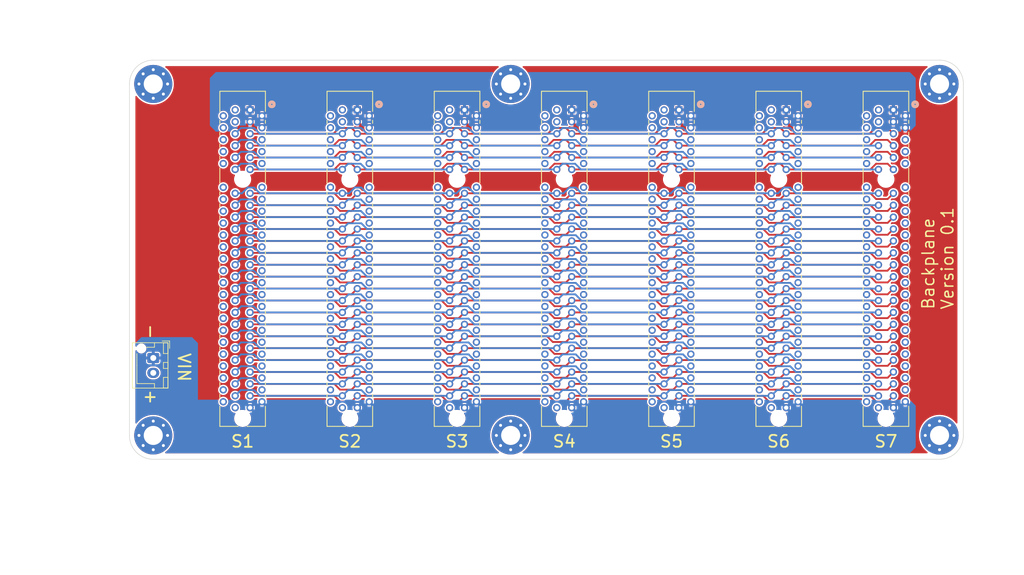
<source format=kicad_pcb>
(kicad_pcb (version 20221018) (generator pcbnew)
  (layers (0 "F.Cu" signal) (1 "In1.Cu" signal) (2 "In2.Cu" signal) (31 "B.Cu" signal) (34 "B.Paste" user) (35 "F.Paste" user) (36 "B.SilkS" user "B.Silkscreen") (37 "F.SilkS" user "F.Silkscreen") (38 "B.Mask" user) (39 "F.Mask" user) (44 "Edge.Cuts" user))
  (net 0 "")
  (net 1 "/A12")
  (net 2 "/A13")
  (net 3 "/A14")
  (net 4 "/A15")
  (net 5 "/A16")
  (net 6 "/A17")
  (net 7 "/A18")
  (net 8 "/A19")
  (net 9 "/A21")
  (net 10 "/A22")
  (net 11 "/A23")
  (net 12 "/A24")
  (net 13 "/A25")
  (net 14 "/A26")
  (net 15 "/A27")
  (net 16 "/A28")
  (net 17 "/A29")
  (net 18 "/A30")
  (net 19 "/A31")
  (net 20 "/A32")
  (net 21 "/A33")
  (net 22 "/A34")
  (net 23 "/A35")
  (net 24 "/A36")
  (net 25 "/A37")
  (net 26 "/A38")
  (net 27 "/A39")
  (net 28 "/A40")
  (net 29 "/A41")
  (net 30 "/A42")
  (net 31 "/A43")
  (net 32 "/A44")
  (net 33 "/A45")
  (net 34 "/A46")
  (net 35 "/A47")
  (net 36 "/VIN-")
  (net 37 "/VIN+")
  (net 38 "/GND")
  (net 39 "/+5V")
  (net 40 "/B12")
  (net 41 "/B13")
  (net 42 "/B14")
  (net 43 "/B15")
  (net 44 "/B16")
  (net 45 "/B17")
  (net 46 "/B18")
  (net 47 "/B19")
  (net 48 "/B20")
  (net 49 "/B23")
  (net 50 "/B22")
  (net 51 "/B21")
  (net 52 "/A5")
  (net 53 "/A6")
  (net 54 "/A7")
  (net 55 "/A8")
  (net 56 "/A9")
  (net 57 "/A10")
  (net 58 "/A11")
  (net 59 "/B5")
  (net 60 "/B6")
  (net 61 "/B7")
  (net 62 "/B8")
  (net 63 "/B9")
  (net 64 "/B10")
  (net 65 "/B11")
  (net 66 "/A20")
  (net 67 "/B24")
  (net 68 "/B25")
  (net 69 "/B26")
  (net 70 "/B27")
  (net 71 "/B28")
  (net 72 "/B29")
  (net 73 "/B30")
  (net 74 "/B31")
  (net 75 "/B32")
  (net 76 "/B33")
  (net 77 "/B34")
  (net 78 "/B35")
  (net 79 "/B36")
  (net 80 "/B37")
  (net 81 "/B38")
  (net 82 "/B39")
  (net 83 "/B40")
  (net 84 "/B41")
  (net 85 "/B42")
  (net 86 "/B43")
  (net 87 "/B44")
  (net 88 "/B45")
  (net 89 "/B46")
  (net 90 "/B47")
  (footprint "backplane:pcie_98_socket" (layer "F.Cu") (at 136 90 -90)
    (fp_text reference "S3")
    (fp_text value "pcie_98")
  )
  (footprint "MountingHole:MountingHole_3.2mm_M3_Pad_Via" (layer "F.Cu") (at 217 133)
    (fp_text reference "H6" hide)
    (fp_text value "MountingHole" hide)
  )
  (footprint "backplane:pcie_98_socket" (layer "F.Cu") (at 154 90 -90)
    (fp_text reference "S4")
    (fp_text value "pcie_98")
  )
  (footprint "backplane:pcie_98_socket" (layer "F.Cu") (at 100 90 -90)
    (fp_text reference "S1")
    (fp_text value "pcie_98")
  )
  (footprint "MountingHole:MountingHole_3.2mm_M3_Pad_Via" (layer "F.Cu") (at 85 133)
    (fp_text reference "H3" hide)
    (fp_text value "MountingHole" hide)
  )
  (footprint "backplane:pcie_98_socket" (layer "F.Cu") (at 208 90 -90)
    (fp_text reference "S7")
    (fp_text value "pcie_98")
  )
  (footprint "backplane:JST_XH_B2B-XH-AM_1x02_P2.50mm_Vertical" (layer "F.Cu") (at 85 120 -90)
    (fp_text reference "J1" hide)
    (fp_text value "Conn_01x02_Pin" hide)
  )
  (footprint "MountingHole:MountingHole_3.2mm_M3_Pad_Via" (layer "F.Cu") (at 85 74)
    (fp_text reference "H1" hide)
    (fp_text value "MountingHole" hide)
  )
  (footprint "backplane:pcie_98_socket" (layer "F.Cu") (at 190 90 -90)
    (fp_text reference "S6")
    (fp_text value "pcie_98")
  )
  (footprint "backplane:pcie_98_socket" (layer "F.Cu") (at 118 90 -90)
    (fp_text reference "S2")
    (fp_text value "pcie_98")
  )
  (footprint "MountingHole:MountingHole_3.2mm_M3_Pad_Via" (layer "F.Cu") (at 145 74)
    (fp_text reference "H5" hide)
    (fp_text value "MountingHole" hide)
  )
  (footprint "MountingHole:MountingHole_3.2mm_M3_Pad_Via" (layer "F.Cu") (at 217 74)
    (fp_text reference "H4" hide)
    (fp_text value "MountingHole" hide)
  )
  (footprint "MountingHole:MountingHole_3.2mm_M3_Pad_Via" (layer "F.Cu") (at 145 133)
    (fp_text reference "H2" hide)
    (fp_text value "MountingHole" hide)
  )
  (footprint "backplane:pcie_98_socket" (layer "F.Cu") (at 172 90 -90)
    (fp_text reference "S5")
    (fp_text value "pcie_98")
  )
  (gr_line locked (start 85 137) (end 217 137) (stroke (width 0.1)) (layer "Edge.Cuts"))
  (gr_line locked (start 221 133) (end 221 74) (stroke (width 0.1)) (layer "Edge.Cuts"))
  (gr_arc locked (start 85 137) (mid 82.171573 135.828427) (end 81 133) (stroke (width 0.1)) (layer "Edge.Cuts"))
  (gr_line locked (start 217 70) (end 85 70) (stroke (width 0.1)) (layer "Edge.Cuts"))
  (gr_line locked (start 81 74) (end 81 133) (stroke (width 0.1)) (layer "Edge.Cuts"))
  (gr_arc locked (start 217 70) (mid 219.828427 71.171573) (end 221 74) (stroke (width 0.1)) (layer "Edge.Cuts"))
  (gr_arc locked (start 221 133) (mid 219.828427 135.828427) (end 217 137) (stroke (width 0.1)) (layer "Edge.Cuts"))
  (gr_arc locked (start 81 74) (mid 82.171573 71.171573) (end 85 70) (stroke (width 0.1)) (layer "Edge.Cuts"))
  (gr_text "+" (at 85.5 128 90) (layer "F.SilkS") (effects (font (size 2 2) (thickness 0.3)) (justify left bottom)))
  (gr_text "VIN" (at 89 119 -90) (layer "F.SilkS") (effects (font (size 2 2) (thickness 0.3)) (justify left bottom)))
  (gr_text "Backplane\nVersion 0.1" (at 219.5 112 90) (layer "F.SilkS") (effects (font (size 2 2) (thickness 0.25)) (justify left bottom)))
  (gr_text "-" (at 85.5 117 90) (layer "F.SilkS") (effects (font (size 2 2) (thickness 0.3)) (justify left bottom)))
  (segment (start 152.351526 93.311996) (end 154.288 93.311996) (width 0.3048) (layer "F.Cu") (net 2))
  (segment (start 101.25 92.35) (end 115.389526 92.35) (width 0.3048) (layer "F.Cu") (net 2))
  (segment (start 208.288 93.311996) (end 209.25 92.349996) (width 0.3048) (layer "F.Cu") (net 2))
  (segment (start 115.389526 92.35) (end 116.351526 93.312) (width 0.3048) (layer "F.Cu") (net 2))
  (segment (start 206.351526 93.311996) (end 208.288 93.311996) (width 0.3048) (layer "F.Cu") (net 2))
  (segment (start 118.288 93.312) (end 119.25 92.35) (width 0.3048) (layer "F.Cu") (net 2))
  (segment (start 170.351526 93.311996) (end 172.288 93.311996) (width 0.3048) (layer "F.Cu") (net 2))
  (segment (start 136.288 93.311996) (end 137.25 92.349996) (width 0.3048) (layer "F.Cu") (net 2))
  (segment (start 172.288 93.311996) (end 173.25 92.349996) (width 0.3048) (layer "F.Cu") (net 2))
  (segment (start 134.351526 93.311996) (end 136.288 93.311996) (width 0.3048) (layer "F.Cu") (net 2))
  (segment (start 151.389526 92.349996) (end 152.351526 93.311996) (width 0.3048) (layer "F.Cu") (net 2))
  (segment (start 155.25 92.349996) (end 169.389526 92.349996) (width 0.3048) (layer "F.Cu") (net 2))
  (segment (start 188.351526 93.311996) (end 190.288 93.311996) (width 0.3048) (layer "F.Cu") (net 2))
  (segment (start 137.25 92.349996) (end 151.389526 92.349996) (width 0.3048) (layer "F.Cu") (net 2))
  (segment (start 191.25 92.349996) (end 205.389526 92.349996) (width 0.3048) (layer "F.Cu") (net 2))
  (segment (start 119.25 92.349996) (end 133.389526 92.349996) (width 0.3048) (layer "F.Cu") (net 2))
  (segment (start 133.389526 92.349996) (end 134.351526 93.311996) (width 0.3048) (layer "F.Cu") (net 2))
  (segment (start 190.288 93.311996) (end 191.25 92.349996) (width 0.3048) (layer "F.Cu") (net 2))
  (segment (start 187.389526 92.349996) (end 188.351526 93.311996) (width 0.3048) (layer "F.Cu") (net 2))
  (segment (start 169.389526 92.349996) (end 170.351526 93.311996) (width 0.3048) (layer "F.Cu") (net 2))
  (segment (start 116.351526 93.312) (end 118.288 93.312) (width 0.3048) (layer "F.Cu") (net 2))
  (segment (start 205.389526 92.349996) (end 206.351526 93.311996) (width 0.3048) (layer "F.Cu") (net 2))
  (segment (start 173.25 92.349996) (end 187.389526 92.349996) (width 0.3048) (layer "F.Cu") (net 2))
  (segment (start 154.288 93.311996) (end 155.25 92.349996) (width 0.3048) (layer "F.Cu") (net 2))
  (segment (start 137.25 94.349996) (end 151.389526 94.349996) (width 0.3048) (layer "F.Cu") (net 4))
  (segment (start 172.288 95.311996) (end 173.25 94.349996) (width 0.3048) (layer "F.Cu") (net 4))
  (segment (start 115.389526 94.35) (end 116.351526 95.312) (width 0.3048) (layer "F.Cu") (net 4))
  (segment (start 169.389526 94.349996) (end 170.351526 95.311996) (width 0.3048) (layer "F.Cu") (net 4))
  (segment (start 154.288 95.311996) (end 155.25 94.349996) (width 0.3048) (layer "F.Cu") (net 4))
  (segment (start 208.288 95.311996) (end 209.25 94.349996) (width 0.3048) (layer "F.Cu") (net 4))
  (segment (start 188.351526 95.311996) (end 190.288 95.311996) (width 0.3048) (layer "F.Cu") (net 4))
  (segment (start 151.389526 94.349996) (end 152.351526 95.311996) (width 0.3048) (layer "F.Cu") (net 4))
  (segment (start 205.389526 94.349996) (end 206.351526 95.311996) (width 0.3048) (layer "F.Cu") (net 4))
  (segment (start 170.351526 95.311996) (end 172.288 95.311996) (width 0.3048) (layer "F.Cu") (net 4))
  (segment (start 187.389526 94.349996) (end 188.351526 95.311996) (width 0.3048) (layer "F.Cu") (net 4))
  (segment (start 191.25 94.349996) (end 205.389526 94.349996) (width 0.3048) (layer "F.Cu") (net 4))
  (segment (start 116.351526 95.312) (end 118.288 95.312) (width 0.3048) (layer "F.Cu") (net 4))
  (segment (start 119.25 94.349996) (end 133.389526 94.349996) (width 0.3048) (layer "F.Cu") (net 4))
  (segment (start 155.25 94.349996) (end 169.389526 94.349996) (width 0.3048) (layer "F.Cu") (net 4))
  (segment (start 190.288 95.311996) (end 191.25 94.349996) (width 0.3048) (layer "F.Cu") (net 4))
  (segment (start 206.351526 95.311996) (end 208.288 95.311996) (width 0.3048) (layer "F.Cu") (net 4))
  (segment (start 134.351526 95.311996) (end 136.288 95.311996) (width 0.3048) (layer "F.Cu") (net 4))
  (segment (start 118.288 95.312) (end 119.25 94.35) (width 0.3048) (layer "F.Cu") (net 4))
  (segment (start 173.25 94.349996) (end 187.389526 94.349996) (width 0.3048) (layer "F.Cu") (net 4))
  (segment (start 133.389526 94.349996) (end 134.351526 95.311996) (width 0.3048) (layer "F.Cu") (net 4))
  (segment (start 152.351526 95.311996) (end 154.288 95.311996) (width 0.3048) (layer "F.Cu") (net 4))
  (segment (start 136.288 95.311996) (end 137.25 94.349996) (width 0.3048) (layer "F.Cu") (net 4))
  (segment (start 101.25 94.35) (end 115.389526 94.35) (width 0.3048) (layer "F.Cu") (net 4))
  (segment (start 101.25 96.35) (end 115.389526 96.35) (width 0.3048) (layer "F.Cu") (net 6))
  (segment (start 191.25 96.349996) (end 205.389526 96.349996) (width 0.3048) (layer "F.Cu") (net 6))
  (segment (start 170.351526 97.311996) (end 172.288 97.311996) (width 0.3048) (layer "F.Cu") (net 6))
  (segment (start 154.288 97.311996) (end 155.25 96.349996) (width 0.3048) (layer "F.Cu") (net 6))
  (segment (start 119.25 96.349996) (end 133.389526 96.349996) (width 0.3048) (layer "F.Cu") (net 6))
  (segment (start 188.351526 97.311996) (end 190.288 97.311996) (width 0.3048) (layer "F.Cu") (net 6))
  (segment (start 118.288 97.312) (end 119.25 96.35) (width 0.3048) (layer "F.Cu") (net 6))
  (segment (start 169.389526 96.349996) (end 170.351526 97.311996) (width 0.3048) (layer "F.Cu") (net 6))
  (segment (start 173.25 96.349996) (end 187.389526 96.349996) (width 0.3048) (layer "F.Cu") (net 6))
  (segment (start 115.389526 96.35) (end 116.351526 97.312) (width 0.3048) (layer "F.Cu") (net 6))
  (segment (start 206.351526 97.311996) (end 208.288 97.311996) (width 0.3048) (layer "F.Cu") (net 6))
  (segment (start 136.288 97.311996) (end 137.25 96.349996) (width 0.3048) (layer "F.Cu") (net 6))
  (segment (start 172.288 97.311996) (end 173.25 96.349996) (width 0.3048) (layer "F.Cu") (net 6))
  (segment (start 208.288 97.311996) (end 209.25 96.349996) (width 0.3048) (layer "F.Cu") (net 6))
  (segment (start 133.389526 96.349996) (end 134.351526 97.311996) (width 0.3048) (layer "F.Cu") (net 6))
  (segment (start 137.25 96.349996) (end 151.389526 96.349996) (width 0.3048) (layer "F.Cu") (net 6))
  (segment (start 155.25 96.349996) (end 169.389526 96.349996) (width 0.3048) (layer "F.Cu") (net 6))
  (segment (start 116.351526 97.312) (end 118.288 97.312) (width 0.3048) (layer "F.Cu") (net 6))
  (segment (start 187.389526 96.349996) (end 188.351526 97.311996) (width 0.3048) (layer "F.Cu") (net 6))
  (segment (start 152.351526 97.311996) (end 154.288 97.311996) (width 0.3048) (layer "F.Cu") (net 6))
  (segment (start 205.389526 96.349996) (end 206.351526 97.311996) (width 0.3048) (layer "F.Cu") (net 6))
  (segment (start 190.288 97.311996) (end 191.25 96.349996) (width 0.3048) (layer "F.Cu") (net 6))
  (segment (start 151.389526 96.349996) (end 152.351526 97.311996) (width 0.3048) (layer "F.Cu") (net 6))
  (segment (start 134.351526 97.311996) (end 136.288 97.311996) (width 0.3048) (layer "F.Cu") (net 6))
  (segment (start 118.288 99.312) (end 119.25 98.35) (width 0.3048) (layer "F.Cu") (net 8))
  (segment (start 205.389526 98.349996) (end 206.351526 99.311996) (width 0.3048) (layer "F.Cu") (net 8))
  (segment (start 133.389526 98.349996) (end 134.351526 99.311996) (width 0.3048) (layer "F.Cu") (net 8))
  (segment (start 134.351526 99.311996) (end 136.288 99.311996) (width 0.3048) (layer "F.Cu") (net 8))
  (segment (start 101.25 98.35) (end 115.389526 98.35) (width 0.3048) (layer "F.Cu") (net 8))
  (segment (start 172.288 99.311996) (end 173.25 98.349996) (width 0.3048) (layer "F.Cu") (net 8))
  (segment (start 136.288 99.311996) (end 137.25 98.349996) (width 0.3048) (layer "F.Cu") (net 8))
  (segment (start 116.351526 99.312) (end 118.288 99.312) (width 0.3048) (layer "F.Cu") (net 8))
  (segment (start 208.288 99.311996) (end 209.25 98.349996) (width 0.3048) (layer "F.Cu") (net 8))
  (segment (start 137.25 98.349996) (end 151.389526 98.349996) (width 0.3048) (layer "F.Cu") (net 8))
  (segment (start 188.351526 99.311996) (end 190.288 99.311996) (width 0.3048) (layer "F.Cu") (net 8))
  (segment (start 152.351526 99.311996) (end 154.288 99.311996) (width 0.3048) (layer "F.Cu") (net 8))
  (segment (start 115.389526 98.35) (end 116.351526 99.312) (width 0.3048) (layer "F.Cu") (net 8))
  (segment (start 155.25 98.349996) (end 169.389526 98.349996) (width 0.3048) (layer "F.Cu") (net 8))
  (segment (start 169.389526 98.349996) (end 170.351526 99.311996) (width 0.3048) (layer "F.Cu") (net 8))
  (segment (start 187.389526 98.349996) (end 188.351526 99.311996) (width 0.3048) (layer "F.Cu") (net 8))
  (segment (start 170.351526 99.311996) (end 172.288 99.311996) (width 0.3048) (layer "F.Cu") (net 8))
  (segment (start 119.25 98.349996) (end 133.389526 98.349996) (width 0.3048) (layer "F.Cu") (net 8))
  (segment (start 154.288 99.311996) (end 155.25 98.349996) (width 0.3048) (layer "F.Cu") (net 8))
  (segment (start 151.389526 98.349996) (end 152.351526 99.311996) (width 0.3048) (layer "F.Cu") (net 8))
  (segment (start 206.351526 99.311996) (end 208.288 99.311996) (width 0.3048) (layer "F.Cu") (net 8))
  (segment (start 191.25 98.349996) (end 205.389526 98.349996) (width 0.3048) (layer "F.Cu") (net 8))
  (segment (start 190.288 99.311996) (end 191.25 98.349996) (width 0.3048) (layer "F.Cu") (net 8))
  (segment (start 173.25 98.349996) (end 187.389526 98.349996) (width 0.3048) (layer "F.Cu") (net 8))
  (segment (start 154.288 101.311996) (end 155.25 100.349996) (width 0.3048) (layer "F.Cu") (net 9))
  (segment (start 191.25 100.349996) (end 205.389526 100.349996) (width 0.3048) (layer "F.Cu") (net 9))
  (segment (start 208.288 101.311996) (end 209.25 100.349996) (width 0.3048) (layer "F.Cu") (net 9))
  (segment (start 188.351526 101.311996) (end 190.288 101.311996) (width 0.3048) (layer "F.Cu") (net 9))
  (segment (start 205.389526 100.349996) (end 206.351526 101.311996) (width 0.3048) (layer "F.Cu") (net 9))
  (segment (start 118.288 101.312) (end 119.25 100.35) (width 0.3048) (layer "F.Cu") (net 9))
  (segment (start 170.351526 101.311996) (end 172.288 101.311996) (width 0.3048) (layer "F.Cu") (net 9))
  (segment (start 206.351526 101.311996) (end 208.288 101.311996) (width 0.3048) (layer "F.Cu") (net 9))
  (segment (start 152.351526 101.311996) (end 154.288 101.311996) (width 0.3048) (layer "F.Cu") (net 9))
  (segment (start 101.25 100.35) (end 115.389526 100.35) (width 0.3048) (layer "F.Cu") (net 9))
  (segment (start 190.288 101.311996) (end 191.25 100.349996) (width 0.3048) (layer "F.Cu") (net 9))
  (segment (start 136.288 101.311996) (end 137.25 100.349996) (width 0.3048) (layer "F.Cu") (net 9))
  (segment (start 133.389526 100.349996) (end 134.351526 101.311996) (width 0.3048) (layer "F.Cu") (net 9))
  (segment (start 115.389526 100.35) (end 116.351526 101.312) (width 0.3048) (layer "F.Cu") (net 9))
  (segment (start 169.389526 100.349996) (end 170.351526 101.311996) (width 0.3048) (layer "F.Cu") (net 9))
  (segment (start 173.25 100.349996) (end 187.389526 100.349996) (width 0.3048) (layer "F.Cu") (net 9))
  (segment (start 116.351526 101.312) (end 118.288 101.312) (width 0.3048) (layer "F.Cu") (net 9))
  (segment (start 137.25 100.349996) (end 151.389526 100.349996) (width 0.3048) (layer "F.Cu") (net 9))
  (segment (start 172.288 101.311996) (end 173.25 100.349996) (width 0.3048) (layer "F.Cu") (net 9))
  (segment (start 119.25 100.349996) (end 133.389526 100.349996) (width 0.3048) (layer "F.Cu") (net 9))
  (segment (start 151.389526 100.349996) (end 152.351526 101.311996) (width 0.3048) (layer "F.Cu") (net 9))
  (segment (start 134.351526 101.311996) (end 136.288 101.311996) (width 0.3048) (layer "F.Cu") (net 9))
  (segment (start 155.25 100.349996) (end 169.389526 100.349996) (width 0.3048) (layer "F.Cu") (net 9))
  (segment (start 187.389526 100.349996) (end 188.351526 101.311996) (width 0.3048) (layer "F.Cu") (net 9))
  (segment (start 172.288 103.311996) (end 173.25 102.349996) (width 0.3048) (layer "F.Cu") (net 11))
  (segment (start 208.288 103.311996) (end 209.25 102.349996) (width 0.3048) (layer "F.Cu") (net 11))
  (segment (start 136.288 103.311996) (end 137.25 102.349996) (width 0.3048) (layer "F.Cu") (net 11))
  (segment (start 154.288 103.311996) (end 155.25 102.349996) (width 0.3048) (layer "F.Cu") (net 11))
  (segment (start 115.389526 102.35) (end 116.351526 103.312) (width 0.3048) (layer "F.Cu") (net 11))
  (segment (start 155.25 102.349996) (end 169.389526 102.349996) (width 0.3048) (layer "F.Cu") (net 11))
  (segment (start 170.351526 103.311996) (end 172.288 103.311996) (width 0.3048) (layer "F.Cu") (net 11))
  (segment (start 118.288 103.312) (end 119.25 102.35) (width 0.3048) (layer "F.Cu") (net 11))
  (segment (start 119.25 102.349996) (end 133.389526 102.349996) (width 0.3048) (layer "F.Cu") (net 11))
  (segment (start 137.25 102.349996) (end 151.389526 102.349996) (width 0.3048) (layer "F.Cu") (net 11))
  (segment (start 188.351526 103.311996) (end 190.288 103.311996) (width 0.3048) (layer "F.Cu") (net 11))
  (segment (start 191.25 102.349996) (end 205.389526 102.349996) (width 0.3048) (layer "F.Cu") (net 11))
  (segment (start 190.288 103.311996) (end 191.25 102.349996) (width 0.3048) (layer "F.Cu") (net 11))
  (segment (start 205.389526 102.349996) (end 206.351526 103.311996) (width 0.3048) (layer "F.Cu") (net 11))
  (segment (start 169.389526 102.349996) (end 170.351526 103.311996) (width 0.3048) (layer "F.Cu") (net 11))
  (segment (start 101.25 102.35) (end 115.389526 102.35) (width 0.3048) (layer "F.Cu") (net 11))
  (segment (start 134.351526 103.311996) (end 136.288 103.311996) (width 0.3048) (layer "F.Cu") (net 11))
  (segment (start 206.351526 103.311996) (end 208.288 103.311996) (width 0.3048) (layer "F.Cu") (net 11))
  (segment (start 173.25 102.349996) (end 187.389526 102.349996) (width 0.3048) (layer "F.Cu") (net 11))
  (segment (start 152.351526 103.311996) (end 154.288 103.311996) (width 0.3048) (layer "F.Cu") (net 11))
  (segment (start 116.351526 103.312) (end 118.288 103.312) (width 0.3048) (layer "F.Cu") (net 11))
  (segment (start 151.389526 102.349996) (end 152.351526 103.311996) (width 0.3048) (layer "F.Cu") (net 11))
  (segment (start 133.389526 102.349996) (end 134.351526 103.311996) (width 0.3048) (layer "F.Cu") (net 11))
  (segment (start 187.389526 102.349996) (end 188.351526 103.311996) (width 0.3048) (layer "F.Cu") (net 11))
  (segment (start 173.25 104.349996) (end 187.389526 104.349996) (width 0.3048) (layer "F.Cu") (net 13))
  (segment (start 190.25 105.349996) (end 191.25 104.349996) (width 0.3048) (layer "F.Cu") (net 13))
  (segment (start 169.389526 104.349996) (end 170.389526 105.349996) (width 0.3048) (layer "F.Cu") (net 13))
  (segment (start 119.25 104.349996) (end 133.389526 104.349996) (width 0.3048) (layer "F.Cu") (net 13))
  (segment (start 155.25 104.349996) (end 169.389526 104.349996) (width 0.3048) (layer "F.Cu") (net 13))
  (segment (start 188.389526 105.349996) (end 190.25 105.349996) (width 0.3048) (layer "F.Cu") (net 13))
  (segment (start 170.389526 105.349996) (end 172.25 105.349996) (width 0.3048) (layer "F.Cu") (net 13))
  (segment (start 134.389526 105.349996) (end 136.25 105.349996) (width 0.3048) (layer "F.Cu") (net 13))
  (segment (start 154.25 105.349996) (end 155.25 104.349996) (width 0.3048) (layer "F.Cu") (net 13))
  (segment (start 172.25 105.349996) (end 173.25 104.349996) (width 0.3048) (layer "F.Cu") (net 13))
  (segment (start 116.389526 105.35) (end 118.25 105.35) (width 0.3048) (layer "F.Cu") (net 13))
  (segment (start 205.389526 104.349996) (end 206.389526 105.349996) (width 0.3048) (layer "F.Cu") (net 13))
  (segment (start 187.389526 104.349996) (end 188.389526 105.349996) (width 0.3048) (layer "F.Cu") (net 13))
  (segment (start 101.25 104.35) (end 115.389526 104.35) (width 0.3048) (layer "F.Cu") (net 13))
  (segment (start 206.389526 105.349996) (end 208.25 105.349996) (width 0.3048) (layer "F.Cu") (net 13))
  (segment (start 118.25 105.35) (end 119.25 104.35) (width 0.3048) (layer "F.Cu") (net 13))
  (segment (start 115.389526 104.35) (end 116.389526 105.35) (width 0.3048) (layer "F.Cu") (net 13))
  (segment (start 133.389526 104.349996) (end 134.389526 105.349996) (width 0.3048) (layer "F.Cu") (net 13))
  (segment (start 208.25 105.349996) (end 209.25 104.349996) (width 0.3048) (layer "F.Cu") (net 13))
  (segment (start 151.389526 104.349996) (end 152.389526 105.349996) (width 0.3048) (layer "F.Cu") (net 13))
  (segment (start 152.389526 105.349996) (end 154.25 105.349996) (width 0.3048) (layer "F.Cu") (net 13))
  (segment (start 191.25 104.349996) (end 205.389526 104.349996) (width 0.3048) (layer "F.Cu") (net 13))
  (segment (start 137.25 104.349996) (end 151.389526 104.349996) (width 0.3048) (layer "F.Cu") (net 13))
  (segment (start 136.25 105.349996) (end 137.25 104.349996) (width 0.3048) (layer "F.Cu") (net 13))
  (segment (start 134.351526 107.311996) (end 136.288 107.311996) (width 0.3048) (layer "F.Cu") (net 15))
  (segment (start 118.288 107.312) (end 119.25 106.35) (width 0.3048) (layer "F.Cu") (net 15))
  (segment (start 205.389526 106.349996) (end 206.351526 107.311996) (width 0.3048) (layer "F.Cu") (net 15))
  (segment (start 155.25 106.349996) (end 169.389526 106.349996) (width 0.3048) (layer "F.Cu") (net 15))
  (segment (start 172.288 107.311996) (end 173.25 106.349996) (width 0.3048) (layer "F.Cu") (net 15))
  (segment (start 154.288 107.311996) (end 155.25 106.349996) (width 0.3048) (layer "F.Cu") (net 15))
  (segment (start 116.351526 107.312) (end 118.288 107.312) (width 0.3048) (layer "F.Cu") (net 15))
  (segment (start 115.389526 106.35) (end 116.351526 107.312) (width 0.3048) (layer "F.Cu") (net 15))
  (segment (start 173.25 106.349996) (end 187.389526 106.349996) (width 0.3048) (layer "F.Cu") (net 15))
  (segment (start 206.351526 107.311996) (end 208.288 107.311996) (width 0.3048) (layer "F.Cu") (net 15))
  (segment (start 136.288 107.311996) (end 137.25 106.349996) (width 0.3048) (layer "F.Cu") (net 15))
  (segment (start 151.389526 106.349996) (end 152.351526 107.311996) (width 0.3048) (layer "F.Cu") (net 15))
  (segment (start 191.25 106.349996) (end 205.389526 106.349996) (width 0.3048) (layer "F.Cu") (net 15))
  (segment (start 188.351526 107.311996) (end 190.288 107.311996) (width 0.3048) (layer "F.Cu") (net 15))
  (segment (start 133.389526 106.349996) (end 134.351526 107.311996) (width 0.3048) (layer "F.Cu") (net 15))
  (segment (start 152.351526 107.311996) (end 154.288 107.311996) (width 0.3048) (layer "F.Cu") (net 15))
  (segment (start 208.288 107.311996) (end 209.25 106.349996) (width 0.3048) (layer "F.Cu") (net 15))
  (segment (start 190.288 107.311996) (end 191.25 106.349996) (width 0.3048) (layer "F.Cu") (net 15))
  (segment (start 137.25 106.349996) (end 151.389526 106.349996) (width 0.3048) (layer "F.Cu") (net 15))
  (segment (start 101.25 106.35) (end 115.389526 106.35) (width 0.3048) (layer "F.Cu") (net 15))
  (segment (start 170.351526 107.311996) (end 172.288 107.311996) (width 0.3048) (layer "F.Cu") (net 15))
  (segment (start 119.25 106.349996) (end 133.389526 106.349996) (width 0.3048) (layer "F.Cu") (net 15))
  (segment (start 169.389526 106.349996) (end 170.351526 107.311996) (width 0.3048) (layer "F.Cu") (net 15))
  (segment (start 187.389526 106.349996) (end 188.351526 107.311996) (width 0.3048) (layer "F.Cu") (net 15))
  (segment (start 191.25 108.349996) (end 205.389526 108.349996) (width 0.3048) (layer "F.Cu") (net 17))
  (segment (start 173.25 108.349996) (end 187.389526 108.349996) (width 0.3048) (layer "F.Cu") (net 17))
  (segment (start 208.288 109.311996) (end 209.25 108.349996) (width 0.3048) (layer "F.Cu") (net 17))
  (segment (start 154.288 109.311996) (end 155.25 108.349996) (width 0.3048) (layer "F.Cu") (net 17))
  (segment (start 116.351526 109.312) (end 118.288 109.312) (width 0.3048) (layer "F.Cu") (net 17))
  (segment (start 152.351526 109.311996) (end 154.288 109.311996) (width 0.3048) (layer "F.Cu") (net 17))
  (segment (start 187.389526 108.349996) (end 188.351526 109.311996) (width 0.3048) (layer "F.Cu") (net 17))
  (segment (start 118.288 109.312) (end 119.25 108.35) (width 0.3048) (layer "F.Cu") (net 17))
  (segment (start 172.288 109.311996) (end 173.25 108.349996) (width 0.3048) (layer "F.Cu") (net 17))
  (segment (start 136.288 109.311996) (end 137.25 108.349996) (width 0.3048) (layer "F.Cu") (net 17))
  (segment (start 151.389526 108.349996) (end 152.351526 109.311996) (width 0.3048) (layer "F.Cu") (net 17))
  (segment (start 169.389526 108.349996) (end 170.351526 109.311996) (width 0.3048) (layer "F.Cu") (net 17))
  (segment (start 170.351526 109.311996) (end 172.288 109.311996) (width 0.3048) (layer "F.Cu") (net 17))
  (segment (start 101.25 108.35) (end 115.389526 108.35) (width 0.3048) (layer "F.Cu") (net 17))
  (segment (start 119.25 108.349996) (end 133.389526 108.349996) (width 0.3048) (layer "F.Cu") (net 17))
  (segment (start 190.288 109.311996) (end 191.25 108.349996) (width 0.3048) (layer "F.Cu") (net 17))
  (segment (start 188.351526 109.311996) (end 190.288 109.311996) (width 0.3048) (layer "F.Cu") (net 17))
  (segment (start 133.389526 108.349996) (end 134.351526 109.311996) (width 0.3048) (layer "F.Cu") (net 17))
  (segment (start 205.389526 108.349996) (end 206.351526 109.311996) (width 0.3048) (layer "F.Cu") (net 17))
  (segment (start 137.25 108.349996) (end 151.389526 108.349996) (width 0.3048) (layer "F.Cu") (net 17))
  (segment (start 155.25 108.349996) (end 169.389526 108.349996) (width 0.3048) (layer "F.Cu") (net 17))
  (segment (start 115.389526 108.35) (end 116.351526 109.312) (width 0.3048) (layer "F.Cu") (net 17))
  (segment (start 206.351526 109.311996) (end 208.288 109.311996) (width 0.3048) (layer "F.Cu") (net 17))
  (segment (start 134.351526 109.311996) (end 136.288 109.311996) (width 0.3048) (layer "F.Cu") (net 17))
  (segment (start 118.288 111.312) (end 119.25 110.35) (width 0.3048) (layer "F.Cu") (net 19))
  (segment (start 116.351526 111.312) (end 118.288 111.312) (width 0.3048) (layer "F.Cu") (net 19))
  (segment (start 208.288 111.311996) (end 209.25 110.349996) (width 0.3048) (layer "F.Cu") (net 19))
  (segment (start 170.351526 111.311996) (end 172.288 111.311996) (width 0.3048) (layer "F.Cu") (net 19))
  (segment (start 115.389526 110.35) (end 116.351526 111.312) (width 0.3048) (layer "F.Cu") (net 19))
  (segment (start 206.351526 111.311996) (end 208.288 111.311996) (width 0.3048) (layer "F.Cu") (net 19))
  (segment (start 173.25 110.349996) (end 187.389526 110.349996) (width 0.3048) (layer "F.Cu") (net 19))
  (segment (start 205.389526 110.349996) (end 206.351526 111.311996) (width 0.3048) (layer "F.Cu") (net 19))
  (segment (start 190.288 111.311996) (end 191.25 110.349996) (width 0.3048) (layer "F.Cu") (net 19))
  (segment (start 136.288 111.311996) (end 137.25 110.349996) (width 0.3048) (layer "F.Cu") (net 19))
  (segment (start 169.389526 110.349996) (end 170.351526 111.311996) (width 0.3048) (layer "F.Cu") (net 19))
  (segment (start 172.288 111.311996) (end 173.25 110.349996) (width 0.3048) (layer "F.Cu") (net 19))
  (segment (start 152.351526 111.311996) (end 154.288 111.311996) (width 0.3048) (layer "F.Cu") (net 19))
  (segment (start 119.25 110.349996) (end 133.389526 110.349996) (width 0.3048) (layer "F.Cu") (net 19))
  (segment (start 133.389526 110.349996) (end 134.351526 111.311996) (width 0.3048) (layer "F.Cu") (net 19))
  (segment (start 188.351526 111.311996) (end 190.288 111.311996) (width 0.3048) (layer "F.Cu") (net 19))
  (segment (start 137.25 110.349996) (end 151.389526 110.349996) (width 0.3048) (layer "F.Cu") (net 19))
  (segment (start 154.288 111.311996) (end 155.25 110.349996) (width 0.3048) (layer "F.Cu") (net 19))
  (segment (start 151.389526 110.349996) (end 152.351526 111.311996) (width 0.3048) (layer "F.Cu") (net 19))
  (segment (start 134.351526 111.311996) (end 136.288 111.311996) (width 0.3048) (layer "F.Cu") (net 19))
  (segment (start 191.25 110.349996) (end 205.389526 110.349996) (width 0.3048) (layer "F.Cu") (net 19))
  (segment (start 101.25 110.35) (end 115.389526 110.35) (width 0.3048) (layer "F.Cu") (net 19))
  (segment (start 187.389526 110.349996) (end 188.351526 111.311996) (width 0.3048) (layer "F.Cu") (net 19))
  (segment (start 155.25 110.349996) (end 169.389526 110.349996) (width 0.3048) (layer "F.Cu") (net 19))
  (segment (start 206.351526 113.311996) (end 208.288 113.311996) (width 0.3048) (layer "F.Cu") (net 21))
  (segment (start 134.351526 113.311996) (end 136.288 113.311996) (width 0.3048) (layer "F.Cu") (net 21))
  (segment (start 136.288 113.311996) (end 137.25 112.349996) (width 0.3048) (layer "F.Cu") (net 21))
  (segment (start 172.288 113.311996) (end 173.25 112.349996) (width 0.3048) (layer "F.Cu") (net 21))
  (segment (start 191.25 112.349996) (end 205.389526 112.349996) (width 0.3048) (layer "F.Cu") (net 21))
  (segment (start 119.25 112.349996) (end 133.389526 112.349996) (width 0.3048) (layer "F.Cu") (net 21))
  (segment (start 205.389526 112.349996) (end 206.351526 113.311996) (width 0.3048) (layer "F.Cu") (net 21))
  (segment (start 187.389526 112.349996) (end 188.351526 113.311996) (width 0.3048) (layer "F.Cu") (net 21))
  (segment (start 137.25 112.349996) (end 151.389526 112.349996) (width 0.3048) (layer "F.Cu") (net 21))
  (segment (start 133.389526 112.349996) (end 134.351526 113.311996) (width 0.3048) (layer "F.Cu") (net 21))
  (segment (start 116.351526 113.312) (end 118.288 113.312) (width 0.3048) (layer "F.Cu") (net 21))
  (segment (start 173.25 112.349996) (end 187.389526 112.349996) (width 0.3048) (layer "F.Cu") (net 21))
  (segment (start 152.351526 113.311996) (end 154.288 113.311996) (width 0.3048) (layer "F.Cu") (net 21))
  (segment (start 188.351526 113.311996) (end 190.288 113.311996) (width 0.3048) (layer "F.Cu") (net 21))
  (segment (start 169.389526 112.349996) (end 170.351526 113.311996) (width 0.3048) (layer "F.Cu") (net 21))
  (segment (start 170.351526 113.311996) (end 172.288 113.311996) (width 0.3048) (layer "F.Cu") (net 21))
  (segment (start 115.389526 112.35) (end 116.351526 113.312) (width 0.3048) (layer "F.Cu") (net 21))
  (segment (start 190.288 113.311996) (end 191.25 112.349996) (width 0.3048) (layer "F.Cu") (net 21))
  (segment (start 154.288 113.311996) (end 155.25 112.349996) (width 0.3048) (layer "F.Cu") (net 21))
  (segment (start 101.25 112.35) (end 115.389526 112.35) (width 0.3048) (layer "F.Cu") (net 21))
  (segment (start 118.288 113.312) (end 119.25 112.35) (width 0.3048) (layer "F.Cu") (net 21))
  (segment (start 208.288 113.311996) (end 209.25 112.349996) (width 0.3048) (layer "F.Cu") (net 21))
  (segment (start 155.25 112.349996) (end 169.389526 112.349996) (width 0.3048) (layer "F.Cu") (net 21))
  (segment (start 151.389526 112.349996) (end 152.351526 113.311996) (width 0.3048) (layer "F.Cu") (net 21))
  (segment (start 137.25 114.349996) (end 151.389526 114.349996) (width 0.3048) (layer "F.Cu") (net 23))
  (segment (start 173.25 114.349996) (end 187.389526 114.349996) (width 0.3048) (layer "F.Cu") (net 23))
  (segment (start 119.25 114.349996) (end 133.389526 114.349996) (width 0.3048) (layer "F.Cu") (net 23))
  (segment (start 208.288 115.311996) (end 209.25 114.349996) (width 0.3048) (layer "F.Cu") (net 23))
  (segment (start 118.288 115.312) (end 119.25 114.35) (width 0.3048) (layer "F.Cu") (net 23))
  (segment (start 191.25 114.349996) (end 205.389526 114.349996) (width 0.3048) (layer "F.Cu") (net 23))
  (segment (start 155.25 114.349996) (end 169.389526 114.349996) (width 0.3048) (layer "F.Cu") (net 23))
  (segment (start 205.389526 114.349996) (end 206.351526 115.311996) (width 0.3048) (layer "F.Cu") (net 23))
  (segment (start 172.288 115.311996) (end 173.25 114.349996) (width 0.3048) (layer "F.Cu") (net 23))
  (segment (start 169.389526 114.349996) (end 170.351526 115.311996) (width 0.3048) (layer "F.Cu") (net 23))
  (segment (start 101.25 114.35) (end 115.389526 114.35) (width 0.3048) (layer "F.Cu") (net 23))
  (segment (start 151.389526 114.349996) (end 152.351526 115.311996) (width 0.3048) (layer "F.Cu") (net 23))
  (segment (start 134.351526 115.311996) (end 136.288 115.311996) (width 0.3048) (layer "F.Cu") (net 23))
  (segment (start 187.389526 114.349996) (end 188.351526 115.311996) (width 0.3048) (layer "F.Cu") (net 23))
  (segment (start 136.288 115.311996) (end 137.25 114.349996) (width 0.3048) (layer "F.Cu") (net 23))
  (segment (start 188.351526 115.311996) (end 190.288 115.311996) (width 0.3048) (layer "F.Cu") (net 23))
  (segment (start 115.389526 114.35) (end 116.351526 115.312) (width 0.3048) (layer "F.Cu") (net 23))
  (segment (start 133.389526 114.349996) (end 134.351526 115.311996) (width 0.3048) (layer "F.Cu") (net 23))
  (segment (start 152.351526 115.311996) (end 154.288 115.311996) (width 0.3048) (layer "F.Cu") (net 23))
  (segment (start 170.351526 115.311996) (end 172.288 115.311996) (width 0.3048) (layer "F.Cu") (net 23))
  (segment (start 154.288 115.311996) (end 155.25 114.349996) (width 0.3048) (layer "F.Cu") (net 23))
  (segment (start 190.288 115.311996) (end 191.25 114.349996) (width 0.3048) (layer "F.Cu") (net 23))
  (segment (start 206.351526 115.311996) (end 208.288 115.311996) (width 0.3048) (layer "F.Cu") (net 23))
  (segment (start 116.351526 115.312) (end 118.288 115.312) (width 0.3048) (layer "F.Cu") (net 23))
  (segment (start 154.288 117.311996) (end 155.25 116.349996) (width 0.3048) (layer "F.Cu") (net 25))
  (segment (start 101.25 116.35) (end 115.110474 116.35) (width 0.3048) (layer "F.Cu") (net 25))
  (segment (start 134.072474 117.311996) (end 136.288 117.311996) (width 0.3048) (layer "F.Cu") (net 25))
  (segment (start 206.072474 117.311996) (end 208.288 117.311996) (width 0.3048) (layer "F.Cu") (net 25))
  (segment (start 187.110474 116.349996) (end 188.072474 117.311996) (width 0.3048) (layer "F.Cu") (net 25))
  (segment (start 205.110474 116.349996) (end 206.072474 117.311996) (width 0.3048) (layer "F.Cu") (net 25))
  (segment (start 190.288 117.311996) (end 191.25 116.349996) (width 0.3048) (layer "F.Cu") (net 25))
  (segment (start 155.25 116.349996) (end 169.110474 116.349996) (width 0.3048) (layer "F.Cu") (net 25))
  (segment (start 208.288 117.311996) (end 209.25 116.349996) (width 0.3048) (layer "F.Cu") (net 25))
  (segment (start 133.110474 116.349996) (end 134.072474 117.311996) (width 0.3048) (layer "F.Cu") (net 25))
  (segment (start 172.288 117.311996) (end 173.25 116.349996) (width 0.3048) (layer "F.Cu") (net 25))
  (segment (start 119.25 116.349996) (end 133.110474 116.349996) (width 0.3048) (layer "F.Cu") (net 25))
  (segment (start 115.110474 116.35) (end 116.072474 117.312) (width 0.3048) (layer "F.Cu") (net 25))
  (segment (start 169.110474 116.349996) (end 170.072474 117.311996) (width 0.3048) (layer "F.Cu") (net 25))
  (segment (start 137.25 116.349996) (end 151.110474 116.349996) (width 0.3048) (layer "F.Cu") (net 25))
  (segment (start 152.072474 117.311996) (end 154.288 117.311996) (width 0.3048) (layer "F.Cu") (net 25))
  (segment (start 151.110474 116.349996) (end 152.072474 117.311996) (width 0.3048) (layer "F.Cu") (net 25))
  (segment (start 191.25 116.349996) (end 205.110474 116.349996) (width 0.3048) (layer "F.Cu") (net 25))
  (segment (start 170.072474 117.311996) (end 172.288 117.311996) (width 0.3048) (layer "F.Cu") (net 25))
  (segment (start 188.072474 117.311996) (end 190.288 117.311996) (width 0.3048) (layer "F.Cu") (net 25))
  (segment (start 116.072474 117.312) (end 118.288 117.312) (width 0.3048) (layer "F.Cu") (net 25))
  (segment (start 136.288 117.311996) (end 137.25 116.349996) (width 0.3048) (layer "F.Cu") (net 25))
  (segment (start 118.288 117.312) (end 119.25 116.35) (width 0.3048) (layer "F.Cu") (net 25))
  (segment (start 173.25 116.349996) (end 187.110474 116.349996) (width 0.3048) (layer "F.Cu") (net 25))
  (segment (start 101.25 118.35) (end 115.389526 118.35) (width 0.3048) (layer "F.Cu") (net 27))
  (segment (start 205.389526 118.349996) (end 206.351526 119.311996) (width 0.3048) (layer "F.Cu") (net 27))
  (segment (start 172.288 119.311996) (end 173.25 118.349996) (width 0.3048) (layer "F.Cu") (net 27))
  (segment (start 170.351526 119.311996) (end 172.288 119.311996) (width 0.3048) (layer "F.Cu") (net 27))
  (segment (start 136.288 119.311996) (end 137.25 118.349996) (width 0.3048) (layer "F.Cu") (net 27))
  (segment (start 116.351526 119.312) (end 118.288 119.312) (width 0.3048) (layer "F.Cu") (net 27))
  (segment (start 190.288 119.311996) (end 191.25 118.349996) (width 0.3048) (layer "F.Cu") (net 27))
  (segment (start 173.25 118.349996) (end 187.389526 118.349996) (width 0.3048) (layer "F.Cu") (net 27))
  (segment (start 169.389526 118.349996) (end 170.351526 119.311996) (width 0.3048) (layer "F.Cu") (net 27))
  (segment (start 152.351526 119.311996) (end 154.288 119.311996) (width 0.3048) (layer "F.Cu") (net 27))
  (segment (start 115.389526 118.35) (end 116.351526 119.312) (width 0.3048) (layer "F.Cu") (net 27))
  (segment (start 191.25 118.349996) (end 205.389526 118.349996) (width 0.3048) (layer "F.Cu") (net 27))
  (segment (start 118.288 119.312) (end 119.25 118.35) (width 0.3048) (layer "F.Cu") (net 27))
  (segment (start 188.351526 119.311996) (end 190.288 119.311996) (width 0.3048) (layer "F.Cu") (net 27))
  (segment (start 187.389526 118.349996) (end 188.351526 119.311996) (width 0.3048) (layer "F.Cu") (net 27))
  (segment (start 119.25 118.349996) (end 133.389526 118.349996) (width 0.3048) (layer "F.Cu") (net 27))
  (segment (start 134.351526 119.311996) (end 136.288 119.311996) (width 0.3048) (layer "F.Cu") (net 27))
  (segment (start 137.25 118.349996) (end 151.389526 118.349996) (width 0.3048) (layer "F.Cu") (net 27))
  (segment (start 208.288 119.311996) (end 209.25 118.349996) (width 0.3048) (layer "F.Cu") (net 27))
  (segment (start 206.351526 119.311996) (end 208.288 119.311996) (width 0.3048) (layer "F.Cu") (net 27))
  (segment (start 154.288 119.311996) (end 155.25 118.349996) (width 0.3048) (layer "F.Cu") (net 27))
  (segment (start 155.25 118.349996) (end 169.389526 118.349996) (width 0.3048) (layer "F.Cu") (net 27))
  (segment (start 151.389526 118.349996) (end 152.351526 119.311996) (width 0.3048) (layer "F.Cu") (net 27))
  (segment (start 133.389526 118.349996) (end 134.351526 119.311996) (width 0.3048) (layer "F.Cu") (net 27))
  (segment (start 205.389526 120.349996) (end 206.351526 121.311996) (width 0.3048) (layer "F.Cu") (net 29))
  (segment (start 133.389526 120.349996) (end 134.351526 121.311996) (width 0.3048) (layer "F.Cu") (net 29))
  (segment (start 208.288 121.311996) (end 209.25 120.349996) (width 0.3048) (layer "F.Cu") (net 29))
  (segment (start 155.25 120.349996) (end 169.389526 120.349996) (width 0.3048) (layer "F.Cu") (net 29))
  (segment (start 136.288 121.311996) (end 137.25 120.349996) (width 0.3048) (layer "F.Cu") (net 29))
  (segment (start 134.351526 121.311996) (end 136.288 121.311996) (width 0.3048) (layer "F.Cu") (net 29))
  (segment (start 151.389526 120.349996) (end 152.351526 121.311996) (width 0.3048) (layer "F.Cu") (net 29))
  (segment (start 154.288 121.311996) (end 155.25 120.349996) (width 0.3048) (layer "F.Cu") (net 29))
  (segment (start 191.25 120.349996) (end 205.389526 120.349996) (width 0.3048) (layer "F.Cu") (net 29))
  (segment (start 169.389526 120.349996) (end 170.351526 121.311996) (width 0.3048) (layer "F.Cu") (net 29))
  (segment (start 172.288 121.311996) (end 173.25 120.349996) (width 0.3048) (layer "F.Cu") (net 29))
  (segment (start 115.389526 120.35) (end 116.351526 121.312) (width 0.3048) (layer "F.Cu") (net 29))
  (segment (start 116.351526 121.312) (end 118.288 121.312) (width 0.3048) (layer "F.Cu") (net 29))
  (segment (start 188.351526 121.311996) (end 190.288 121.311996) (width 0.3048) (layer "F.Cu") (net 29))
  (segment (start 206.351526 121.311996) (end 208.288 121.311996) (width 0.3048) (layer "F.Cu") (net 29))
  (segment (start 152.351526 121.311996) (end 154.288 121.311996) (width 0.3048) (layer "F.Cu") (net 29))
  (segment (start 190.288 121.311996) (end 191.25 120.349996) (width 0.3048) (layer "F.Cu") (net 29))
  (segment (start 187.389526 120.349996) (end 188.351526 121.311996) (width 0.3048) (layer "F.Cu") (net 29))
  (segment (start 170.351526 121.311996) (end 172.288 121.311996) (width 0.3048) (layer "F.Cu") (net 29))
  (segment (start 101.25 120.35) (end 115.389526 120.35) (width 0.3048) (layer "F.Cu") (net 29))
  (segment (start 119.25 120.349996) (end 133.389526 120.349996) (width 0.3048) (layer "F.Cu") (net 29))
  (segment (start 137.25 120.349996) (end 151.389526 120.349996) (width 0.3048) (layer "F.Cu") (net 29))
  (segment (start 118.288 121.312) (end 119.25 120.35) (width 0.3048) (layer "F.Cu") (net 29))
  (segment (start 173.25 120.349996) (end 187.389526 120.349996) (width 0.3048) (layer "F.Cu") (net 29))
  (segment (start 208.288 123.311996) (end 209.25 122.349996) (width 0.3048) (layer "F.Cu") (net 31))
  (segment (start 133.389526 122.349996) (end 134.351526 123.311996) (width 0.3048) (layer "F.Cu") (net 31))
  (segment (start 116.351526 123.312) (end 118.288 123.312) (width 0.3048) (layer "F.Cu") (net 31))
  (segment (start 191.25 122.349996) (end 205.389526 122.349996) (width 0.3048) (layer "F.Cu") (net 31))
  (segment (start 188.351526 123.311996) (end 190.288 123.311996) (width 0.3048) (layer "F.Cu") (net 31))
  (segment (start 151.389526 122.349996) (end 152.351526 123.311996) (width 0.3048) (layer "F.Cu") (net 31))
  (segment (start 173.25 122.349996) (end 187.389526 122.349996) (width 0.3048) (layer "F.Cu") (net 31))
  (segment (start 134.351526 123.311996) (end 136.288 123.311996) (width 0.3048) (layer "F.Cu") (net 31))
  (segment (start 190.288 123.311996) (end 191.25 122.349996) (width 0.3048) (layer "F.Cu") (net 31))
  (segment (start 170.351526 123.311996) (end 172.288 123.311996) (width 0.3048) (layer "F.Cu") (net 31))
  (segment (start 119.25 122.349996) (end 133.389526 122.349996) (width 0.3048) (layer "F.Cu") (net 31))
  (segment (start 115.389526 122.35) (end 116.351526 123.312) (width 0.3048) (layer "F.Cu") (net 31))
  (segment (start 118.288 123.312) (end 119.25 122.35) (width 0.3048) (layer "F.Cu") (net 31))
  (segment (start 137.25 122.349996) (end 151.389526 122.349996) (width 0.3048) (layer "F.Cu") (net 31))
  (segment (start 154.288 123.311996) (end 155.25 122.349996) (width 0.3048) (layer "F.Cu") (net 31))
  (segment (start 136.288 123.311996) (end 137.25 122.349996) (width 0.3048) (layer "F.Cu") (net 31))
  (segment (start 101.25 122.35) (end 115.389526 122.35) (width 0.3048) (layer "F.Cu") (net 31))
  (segment (start 169.389526 122.349996) (end 170.351526 123.311996) (width 0.3048) (layer "F.Cu") (net 31))
  (segment (start 172.288 123.311996) (end 173.25 122.349996) (width 0.3048) (layer "F.Cu") (net 31))
  (segment (start 152.351526 123.311996) (end 154.288 123.311996) (width 0.3048) (layer "F.Cu") (net 31))
  (segment (start 187.389526 122.349996) (end 188.351526 123.311996) (width 0.3048) (layer "F.Cu") (net 31))
  (segment (start 206.351526 123.311996) (end 208.288 123.311996) (width 0.3048) (layer "F.Cu") (net 31))
  (segment (start 155.25 122.349996) (end 169.389526 122.349996) (width 0.3048) (layer "F.Cu") (net 31))
  (segment (start 205.389526 122.349996) (end 206.351526 123.311996) (width 0.3048) (layer "F.Cu") (net 31))
  (segment (start 133.389526 124.349996) (end 134.351526 125.311996) (width 0.3048) (layer "F.Cu") (net 33))
  (segment (start 188.351526 125.311996) (end 190.288 125.311996) (width 0.3048) (layer "F.Cu") (net 33))
  (segment (start 173.25 124.349996) (end 187.389526 124.349996) (width 0.3048) (layer "F.Cu") (net 33))
  (segment (start 151.389526 124.349996) (end 152.351526 125.311996) (width 0.3048) (layer "F.Cu") (net 33))
  (segment (start 152.351526 125.311996) (end 154.288 125.311996) (width 0.3048) (layer "F.Cu") (net 33))
  (segment (start 134.351526 125.311996) (end 136.288 125.311996) (width 0.3048) (layer "F.Cu") (net 33))
  (segment (start 137.25 124.349996) (end 151.389526 124.349996) (width 0.3048) (layer "F.Cu") (net 33))
  (segment (start 116.351526 125.312) (end 118.288 125.312) (width 0.3048) (layer "F.Cu") (net 33))
  (segment (start 136.288 125.311996) (end 137.25 124.349996) (width 0.3048) (layer "F.Cu") (net 33))
  (segment (start 101.25 124.35) (end 115.389526 124.35) (width 0.3048) (layer "F.Cu") (net 33))
  (segment (start 205.389526 124.349996) (end 206.351526 125.311996) (width 0.3048) (layer "F.Cu") (net 33))
  (segment (start 191.25 124.349996) (end 205.389526 124.349996) (width 0.3048) (layer "F.Cu") (net 33))
  (segment (start 206.351526 125.311996) (end 208.288 125.311996) (width 0.3048) (layer "F.Cu") (net 33))
  (segment (start 119.25 124.349996) (end 133.389526 124.349996) (width 0.3048) (layer "F.Cu") (net 33))
  (segment (start 169.389526 124.349996) (end 170.351526 125.311996) (width 0.3048) (layer "F.Cu") (net 33))
  (segment (start 208.288 125.311996) (end 209.25 124.349996) (width 0.3048) (layer "F.Cu") (net 33))
  (segment (start 190.288 125.311996) (end 191.25 124.349996) (width 0.3048) (layer "F.Cu") (net 33))
  (segment (start 187.389526 124.349996) (end 188.351526 125.311996) (width 0.3048) (layer "F.Cu") (net 33))
  (segment (start 154.288 125.311996) (end 155.25 124.349996) (width 0.3048) (layer "F.Cu") (net 33))
  (segment (start 170.351526 125.311996) (end 172.288 125.311996) (width 0.3048) (layer "F.Cu") (net 33))
  (segment (start 172.288 125.311996) (end 173.25 124.349996) (width 0.3048) (layer "F.Cu") (net 33))
  (segment (start 118.288 125.312) (end 119.25 124.35) (width 0.3048) (layer "F.Cu") (net 33))
  (segment (start 155.25 124.349996) (end 169.389526 124.349996) (width 0.3048) (layer "F.Cu") (net 33))
  (segment (start 115.389526 124.35) (end 116.351526 125.312) (width 0.3048) (layer "F.Cu") (net 33))
  (segment (start 190.288 127.311996) (end 191.25 126.349996) (width 0.3048) (layer "F.Cu") (net 35))
  (segment (start 152.351526 127.311996) (end 154.288 127.311996) (width 0.3048) (layer "F.Cu") (net 35))
  (segment (start 208.288 127.311996) (end 209.25 126.349996) (width 0.3048) (layer "F.Cu") (net 35))
  (segment (start 172.288 127.311996) (end 173.25 126.349996) (width 0.3048) (layer "F.Cu") (net 35))
  (segment (start 154.288 127.311996) (end 155.25 126.349996) (width 0.3048) (layer "F.Cu") (net 35))
  (segment (start 206.351526 127.311996) (end 208.288 127.311996) (width 0.3048) (layer "F.Cu") (net 35))
  (segment (start 101.25 126.35) (end 115.389526 126.35) (width 0.3048) (layer "F.Cu") (net 35))
  (segment (start 133.389526 126.349996) (end 134.351526 127.311996) (width 0.3048) (layer "F.Cu") (net 35))
  (segment (start 191.25 126.349996) (end 205.389526 126.349996) (width 0.3048) (layer "F.Cu") (net 35))
  (segment (start 134.351526 127.311996) (end 136.288 127.311996) (width 0.3048) (layer "F.Cu") (net 35))
  (segment (start 170.351526 127.311996) (end 172.288 127.311996) (width 0.3048) (layer "F.Cu") (net 35))
  (segment (start 173.25 126.349996) (end 187.389526 126.349996) (width 0.3048) (layer "F.Cu") (net 35))
  (segment (start 137.25 126.349996) (end 151.389526 126.349996) (width 0.3048) (layer "F.Cu") (net 35))
  (segment (start 187.389526 126.349996) (end 188.351526 127.311996) (width 0.3048) (layer "F.Cu") (net 35))
  (segment (start 118.288 127.312) (end 119.25 126.35) (width 0.3048) (layer "F.Cu") (net 35))
  (segment (start 155.25 126.349996) (end 169.389526 126.349996) (width 0.3048) (layer "F.Cu") (net 35))
  (segment (start 151.389526 126.349996) (end 152.351526 127.311996) (width 0.3048) (layer "F.Cu") (net 35))
  (segment (start 136.288 127.311996) (end 137.25 126.349996) (width 0.3048) (layer "F.Cu") (net 35))
  (segment (start 188.351526 127.311996) (end 190.288 127.311996) (width 0.3048) (layer "F.Cu") (net 35))
  (segment (start 115.389526 126.35) (end 116.351526 127.312) (width 0.3048) (layer "F.Cu") (net 35))
  (segment (start 119.25 126.349996) (end 133.389526 126.349996) (width 0.3048) (layer "F.Cu") (net 35))
  (segment (start 116.351526 127.312) (end 118.288 127.312) (width 0.3048) (layer "F.Cu") (net 35))
  (segment (start 169.389526 126.349996) (end 170.351526 127.311996) (width 0.3048) (layer "F.Cu") (net 35))
  (segment (start 205.389526 126.349996) (end 206.351526 127.311996) (width 0.3048) (layer "F.Cu") (net 35))
  (segment (start 99.889526 92.35) (end 100.851526 91.388) (width 0.3048) (layer "B.Cu") (net 41))
  (segment (start 102.889526 92.35) (end 116.75 92.35) (width 0.3048) (layer "B.Cu") (net 41))
  (segment (start 100.851526 91.388) (end 101.927526 91.388) (width 0.3048) (layer "B.Cu") (net 41))
  (segment (start 152.75 92.349996) (end 153.889526 92.349996) (width 0.3048) (layer "B.Cu") (net 41))
  (segment (start 137.927526 91.387996) (end 138.889526 92.349996) (width 0.3048) (layer "B.Cu") (net 41))
  (segment (start 134.75 92.349996) (end 135.889526 92.349996) (width 0.3048) (layer "B.Cu") (net 41))
  (segment (start 154.851526 91.387996) (end 155.927526 91.387996) (width 0.3048) (layer "B.Cu") (net 41))
  (segment (start 172.851526 91.387996) (end 173.927526 91.387996) (width 0.3048) (layer "B.Cu") (net 41))
  (segment (start 118.851526 91.387996) (end 119.927526 91.387996) (width 0.3048) (layer "B.Cu") (net 41))
  (segment (start 98.75 92.35) (end 99.889526 92.35) (width 0.3048) (layer "B.Cu") (net 41))
  (segment (start 119.927526 91.387996) (end 120.889526 92.349996) (width 0.3048) (layer "B.Cu") (net 41))
  (segment (start 135.889526 92.349996) (end 136.851526 91.387996) (width 0.3048) (layer "B.Cu") (net 41))
  (segment (start 174.889526 92.349996) (end 188.75 92.349996) (width 0.3048) (layer "B.Cu") (net 41))
  (segment (start 117.889526 92.349996) (end 118.851526 91.387996) (width 0.3048) (layer "B.Cu") (net 41))
  (segment (start 156.889526 92.349996) (end 170.75 92.349996) (width 0.3048) (layer "B.Cu") (net 41))
  (segment (start 171.889526 92.349996) (end 172.851526 91.387996) (width 0.3048) (layer "B.Cu") (net 41))
  (segment (start 120.889526 92.349996) (end 134.75 92.349996) (width 0.3048) (layer "B.Cu") (net 41))
  (segment (start 136.851526 91.387996) (end 137.927526 91.387996) (width 0.3048) (layer "B.Cu") (net 41))
  (segment (start 116.75 92.349996) (end 117.889526 92.349996) (width 0.3048) (layer "B.Cu") (net 41))
  (segment (start 170.75 92.349996) (end 171.889526 92.349996) (width 0.3048) (layer "B.Cu") (net 41))
  (segment (start 155.927526 91.387996) (end 156.889526 92.349996) (width 0.3048) (layer "B.Cu") (net 41))
  (segment (start 191.927526 91.387996) (end 192.889526 92.349996) (width 0.3048) (layer "B.Cu") (net 41))
  (segment (start 188.75 92.349996) (end 189.889526 92.349996) (width 0.3048) (layer "B.Cu") (net 41))
  (segment (start 101.927526 91.388) (end 102.889526 92.35) (width 0.3048) (layer "B.Cu") (net 41))
  (segment (start 192.889526 92.349996) (end 206.75 92.349996) (width 0.3048) (layer "B.Cu") (net 41))
  (segment (start 189.889526 92.349996) (end 190.851526 91.387996) (width 0.3048) (layer "B.Cu") (net 41))
  (segment (start 153.889526 92.349996) (end 154.851526 91.387996) (width 0.3048) (layer "B.Cu") (net 41))
  (segment (start 138.889526 92.349996) (end 152.75 92.349996) (width 0.3048) (layer "B.Cu") (net 41))
  (segment (start 173.927526 91.387996) (end 174.889526 92.349996) (width 0.3048) (layer "B.Cu") (net 41))
  (segment (start 190.851526 91.387996) (end 191.927526 91.387996) (width 0.3048) (layer "B.Cu") (net 41))
  (segment (start 191.851526 93.387996) (end 192.813526 94.349996) (width 0.3048) (layer "B.Cu") (net 43))
  (segment (start 170.75 94.349996) (end 171.712 93.387996) (width 0.3048) (layer "B.Cu") (net 43))
  (segment (start 173.851526 93.387996) (end 174.813526 94.349996) (width 0.3048) (layer "B.Cu") (net 43))
  (segment (start 156.813526 94.349996) (end 170.75 94.349996) (width 0.3048) (layer "B.Cu") (net 43))
  (segment (start 117.712 93.387996) (end 119.851526 93.387996) (width 0.3048) (layer "B.Cu") (net 43))
  (segment (start 99.712 93.388) (end 101.851526 93.388) (width 0.3048) (layer "B.Cu") (net 43))
  (segment (start 98.75 94.35) (end 99.712 93.388) (width 0.3048) (layer "B.Cu") (net 43))
  (segment (start 101.851526 93.388) (end 102.813526 94.35) (width 0.3048) (layer "B.Cu") (net 43))
  (segment (start 116.75 94.349996) (end 117.712 93.387996) (width 0.3048) (layer "B.Cu") (net 43))
  (segment (start 119.851526 93.387996) (end 120.813526 94.349996) (width 0.3048) (layer "B.Cu") (net 43))
  (segment (start 174.813526 94.349996) (end 188.75 94.349996) (width 0.3048) (layer "B.Cu") (net 43))
  (segment (start 171.712 93.387996) (end 173.851526 93.387996) (width 0.3048) (layer "B.Cu") (net 43))
  (segment (start 192.813526 94.349996) (end 206.75 94.349996) (width 0.3048) (layer "B.Cu") (net 43))
  (segment (start 134.75 94.349996) (end 135.712 93.387996) (width 0.3048) (layer "B.Cu") (net 43))
  (segment (start 138.813526 94.349996) (end 152.75 94.349996) (width 0.3048) (layer "B.Cu") (net 43))
  (segment (start 137.851526 93.387996) (end 138.813526 94.349996) (width 0.3048) (layer "B.Cu") (net 43))
  (segment (start 155.851526 93.387996) (end 156.813526 94.349996) (width 0.3048) (layer "B.Cu") (net 43))
  (segment (start 189.712 93.387996) (end 191.851526 93.387996) (width 0.3048) (layer "B.Cu") (net 43))
  (segment (start 188.75 94.349996) (end 189.712 93.387996) (width 0.3048) (layer "B.Cu") (net 43))
  (segment (start 120.813526 94.349996) (end 134.75 94.349996) (width 0.3048) (layer "B.Cu") (net 43))
  (segment (start 102.813526 94.35) (end 116.75 94.35) (width 0.3048) (layer "B.Cu") (net 43))
  (segment (start 153.712 93.387996) (end 155.851526 93.387996) (width 0.3048) (layer "B.Cu") (net 43))
  (segment (start 135.712 93.387996) (end 137.851526 93.387996) (width 0.3048) (layer "B.Cu") (net 43))
  (segment (start 152.75 94.349996) (end 153.712 93.387996) (width 0.3048) (layer "B.Cu") (net 43))
  (segment (start 171.788 95.311996) (end 173.851526 95.311996) (width 0.3048) (layer "B.Cu") (net 45))
  (segment (start 116.75 96.349996) (end 117.788 95.311996) (width 0.3048) (layer "B.Cu") (net 45))
  (segment (start 98.75 96.35) (end 99.788 95.312) (width 0.3048) (layer "B.Cu") (net 45))
  (segment (start 173.851526 95.311996) (end 174.889526 96.349996) (width 0.3048) (layer "B.Cu") (net 45))
  (segment (start 189.788 95.311996) (end 191.851526 95.311996) (width 0.3048) (layer "B.Cu") (net 45))
  (segment (start 138.889526 96.349996) (end 152.75 96.349996) (width 0.3048) (layer "B.Cu") (net 45))
  (segment (start 120.889526 96.349996) (end 134.75 96.349996) (width 0.3048) (layer "B.Cu") (net 45))
  (segment (start 170.75 96.349996) (end 171.788 95.311996) (width 0.3048) (layer "B.Cu") (net 45))
  (segment (start 188.75 96.349996) (end 189.788 95.311996) (width 0.3048) (layer "B.Cu") (net 45))
  (segment (start 117.788 95.311996) (end 119.851526 95.311996) (width 0.3048) (layer "B.Cu") (net 45))
  (segment (start 174.889526 96.349996) (end 188.75 96.349996) (width 0.3048) (layer "B.Cu") (net 45))
  (segment (start 135.788 95.311996) (end 137.851526 95.311996) (width 0.3048) (layer "B.Cu") (net 45))
  (segment (start 137.851526 95.311996) (end 138.889526 96.349996) (width 0.3048) (layer "B.Cu") (net 45))
  (segment (start 191.851526 95.311996) (end 192.889526 96.349996) (width 0.3048) (layer "B.Cu") (net 45))
  (segment (start 119.851526 95.311996) (end 120.889526 96.349996) (width 0.3048) (layer "B.Cu") (net 45))
  (segment (start 155.851526 95.311996) (end 156.889526 96.349996) (width 0.3048) (layer "B.Cu") (net 45))
  (segment (start 153.788 95.311996) (end 155.851526 95.311996) (width 0.3048) (layer "B.Cu") (net 45))
  (segment (start 101.851526 95.312) (end 102.889526 96.35) (width 0.3048) (layer "B.Cu") (net 45))
  (segment (start 192.889526 96.349996) (end 206.75 96.349996) (width 0.3048) (layer "B.Cu") (net 45))
  (segment (start 102.889526 96.35) (end 116.75 96.35) (width 0.3048) (layer "B.Cu") (net 45))
  (segment (start 99.788 95.312) (end 101.851526 95.312) (width 0.3048) (layer "B.Cu") (net 45))
  (segment (start 152.75 96.349996) (end 153.788 95.311996) (width 0.3048) (layer "B.Cu") (net 45))
  (segment (start 156.889526 96.349996) (end 170.75 96.349996) (width 0.3048) (layer "B.Cu") (net 45))
  (segment (start 134.75 96.349996) (end 135.788 95.311996) (width 0.3048) (layer "B.Cu") (net 45))
  (segment (start 101.927526 97.388) (end 102.889526 98.35) (width 0.3048) (layer "B.Cu") (net 47))
  (segment (start 120.889526 98.349996) (end 134.75 98.349996) (width 0.3048) (layer "B.Cu") (net 47))
  (segment (start 170.75 98.349996) (end 171.712 97.387996) (width 0.3048) (layer "B.Cu") (net 47))
  (segment (start 152.75 98.349996) (end 153.712 97.387996) (width 0.3048) (layer "B.Cu") (net 47))
  (segment (start 189.712 97.387996) (end 191.927526 97.387996) (width 0.3048) (layer "B.Cu") (net 47))
  (segment (start 171.712 97.387996) (end 173.927526 97.387996) (width 0.3048) (layer "B.Cu") (net 47))
  (segment (start 156.889526 98.349996) (end 170.75 98.349996) (width 0.3048) (layer "B.Cu") (net 47))
  (segment (start 173.927526 97.387996) (end 174.889526 98.349996) (width 0.3048) (layer "B.Cu") (net 47))
  (segment (start 98.75 98.35) (end 99.712 97.388) (width 0.3048) (layer "B.Cu") (net 47))
  (segment (start 134.75 98.349996) (end 135.712 97.387996) (width 0.3048) (layer "B.Cu") (net 47))
  (segment (start 191.927526 97.387996) (end 192.889526 98.349996) (width 0.3048) (layer "B.Cu") (net 47))
  (segment (start 119.927526 97.387996) (end 120.889526 98.349996) (width 0.3048) (layer "B.Cu") (net 47))
  (segment (start 174.889526 98.349996) (end 188.75 98.349996) (width 0.3048) (layer "B.Cu") (net 47))
  (segment (start 117.712 97.387996) (end 119.927526 97.387996) (width 0.3048) (layer "B.Cu") (net 47))
  (segment (start 155.927526 97.387996) (end 156.889526 98.349996) (width 0.3048) (layer "B.Cu") (net 47))
  (segment (start 192.889526 98.349996) (end 206.75 98.349996) (width 0.3048) (layer "B.Cu") (net 47))
  (segment (start 116.75 98.349996) (end 117.712 97.387996) (width 0.3048) (layer "B.Cu") (net 47))
  (segment (start 188.75 98.349996) (end 189.712 97.387996) (width 0.3048) (layer "B.Cu") (net 47))
  (segment (start 153.712 97.387996) (end 155.927526 97.387996) (width 0.3048) (layer "B.Cu") (net 47))
  (segment (start 137.927526 97.387996) (end 138.889526 98.349996) (width 0.3048) (layer "B.Cu") (net 47))
  (segment (start 135.712 97.387996) (end 137.927526 97.387996) (width 0.3048) (layer "B.Cu") (net 47))
  (segment (start 99.712 97.388) (end 101.927526 97.388) (width 0.3048) (layer "B.Cu") (net 47))
  (segment (start 102.889526 98.35) (end 116.75 98.35) (width 0.3048) (layer "B.Cu") (net 47))
  (segment (start 138.889526 98.349996) (end 152.75 98.349996) (width 0.3048) (layer "B.Cu") (net 47))
  (segment (start 153.712 101.387996) (end 155.927526 101.387996) (width 0.3048) (layer "B.Cu") (net 49))
  (segment (start 137.927526 101.387996) (end 138.889526 102.349996) (width 0.3048) (layer "B.Cu") (net 49))
  (segment (start 134.75 102.349996) (end 135.712 101.387996) (width 0.3048) (layer "B.Cu") (net 49))
  (segment (start 98.75 102.35) (end 99.712 101.388) (width 0.3048) (layer "B.Cu") (net 49))
  (segment (start 135.712 101.387996) (end 137.927526 101.387996) (width 0.3048) (layer "B.Cu") (net 49))
  (segment (start 138.889526 102.349996) (end 152.75 102.349996) (width 0.3048) (layer "B.Cu") (net 49))
  (segment (start 171.712 101.387996) (end 173.927526 101.387996) (width 0.3048) (layer "B.Cu") (net 49))
  (segment (start 173.927526 101.387996) (end 174.889526 102.349996) (width 0.3048) (layer "B.Cu") (net 49))
  (segment (start 189.712 101.387996) (end 191.927526 101.387996) (width 0.3048) (layer "B.Cu") (net 49))
  (segment (start 101.927526 101.388) (end 102.889526 102.35) (width 0.3048) (layer "B.Cu") (net 49))
  (segment (start 170.75 102.349996) (end 171.712 101.387996) (width 0.3048) (layer "B.Cu") (net 49))
  (segment (start 191.927526 101.387996) (end 192.889526 102.349996) (width 0.3048) (layer "B.Cu") (net 49))
  (segment (start 117.712 101.387996) (end 119.927526 101.387996) (width 0.3048) (layer "B.Cu") (net 49))
  (segment (start 102.889526 102.35) (end 116.75 102.35) (width 0.3048) (layer "B.Cu") (net 49))
  (segment (start 152.75 102.349996) (end 153.712 101.387996) (width 0.3048) (layer "B.Cu") (net 49))
  (segment (start 174.889526 102.349996) (end 188.75 102.349996) (width 0.3048) (layer "B.Cu") (net 49))
  (segment (start 116.75 102.349996) (end 117.712 101.387996) (width 0.3048) (layer "B.Cu") (net 49))
  (segment (start 155.927526 101.387996) (end 156.889526 102.349996) (width 0.3048) (layer "B.Cu") (net 49))
  (segment (start 120.889526 102.349996) (end 134.75 102.349996) (width 0.3048) (layer "B.Cu") (net 49))
  (segment (start 192.889526 102.349996) (end 206.75 102.349996) (width 0.3048) (layer "B.Cu") (net 49))
  (segment (start 156.889526 102.349996) (end 170.75 102.349996) (width 0.3048) (layer "B.Cu") (net 49))
  (segment (start 119.927526 101.387996) (end 120.889526 102.349996) (width 0.3048) (layer "B.Cu") (net 49))
  (segment (start 99.712 101.388) (end 101.927526 101.388) (width 0.3048) (layer "B.Cu") (net 49))
  (segment (start 188.75 102.349996) (end 189.712 101.387996) (width 0.3048) (layer "B.Cu") (net 49))
  (segment (start 137.927526 99.387996) (end 138.889526 100.349996) (width 0.3048) (layer "B.Cu") (net 51))
  (segment (start 134.75 100.349996) (end 135.712 99.387996) (width 0.3048) (layer "B.Cu") (net 51))
  (segment (start 120.889526 100.349996) (end 134.75 100.349996) (width 0.3048) (layer "B.Cu") (net 51))
  (segment (start 153.712 99.387996) (end 155.927526 99.387996) (width 0.3048) (layer "B.Cu") (net 51))
  (segment (start 171.712 99.387996) (end 173.927526 99.387996) (width 0.3048) (layer "B.Cu") (net 51))
  (segment (start 117.712 99.387996) (end 119.927526 99.387996) (width 0.3048) (layer "B.Cu") (net 51))
  (segment (start 152.75 100.349996) (end 153.712 99.387996) (width 0.3048) (layer "B.Cu") (net 51))
  (segment (start 138.889526 100.349996) (end 152.75 100.349996) (width 0.3048) (layer "B.Cu") (net 51))
  (segment (start 188.75 100.349996) (end 189.712 99.387996) (width 0.3048) (layer "B.Cu") (net 51))
  (segment (start 192.889526 100.349996) (end 206.75 100.349996) (width 0.3048) (layer "B.Cu") (net 51))
  (segment (start 155.927526 99.387996) (end 156.889526 100.349996) (width 0.3048) (layer "B.Cu") (net 51))
  (segment (start 174.889526 100.349996) (end 188.75 100.349996) (width 0.3048) (layer "B.Cu") (net 51))
  (segment (start 102.889526 100.35) (end 116.75 100.35) (width 0.3048) (layer "B.Cu") (net 51))
  (segment (start 99.712 99.388) (end 101.927526 99.388) (width 0.3048) (layer "B.Cu") (net 51))
  (segment (start 156.889526 100.349996) (end 170.75 100.349996) (width 0.3048) (layer "B.Cu") (net 51))
  (segment (start 98.75 100.35) (end 99.712 99.388) (width 0.3048) (layer "B.Cu") (net 51))
  (segment (start 173.927526 99.387996) (end 174.889526 100.349996) (width 0.3048) (layer "B.Cu") (net 51))
  (segment (start 170.75 100.349996) (end 171.712 99.387996) (width 0.3048) (layer "B.Cu") (net 51))
  (segment (start 116.75 100.349996) (end 117.712 99.387996) (width 0.3048) (layer "B.Cu") (net 51))
  (segment (start 191.927526 99.387996) (end 192.889526 100.349996) (width 0.3048) (layer "B.Cu") (net 51))
  (segment (start 135.712 99.387996) (end 137.927526 99.387996) (width 0.3048) (layer "B.Cu") (net 51))
  (segment (start 119.927526 99.387996) (end 120.889526 100.349996) (width 0.3048) (layer "B.Cu") (net 51))
  (segment (start 189.712 99.387996) (end 191.927526 99.387996) (width 0.3048) (layer "B.Cu") (net 51))
  (segment (start 101.927526 99.388) (end 102.889526 100.35) (width 0.3048) (layer "B.Cu") (net 51))
  (segment (start 154.288 81.388) (end 155.25 82.35) (width 0.3048) (layer "F.Cu") (net 52))
  (segment (start 191.25 82.35) (end 205.236596 82.35) (width 0.3048) (layer "F.Cu") (net 52))
  (segment (start 136.288 81.388) (end 137.25 82.35) (width 0.3048) (layer "F.Cu") (net 52))
  (segment (start 151.236596 82.35) (end 152.198596 81.388) (width 0.3048) (layer "F.Cu") (net 52))
  (segment (start 137.25 82.35) (end 151.236596 82.35) (width 0.3048) (layer "F.Cu") (net 52))
  (segment (start 205.236596 82.35) (end 206.198596 81.388) (width 0.3048) (layer "F.Cu") (net 52))
  (segment (start 119.25 82.35) (end 133.236596 82.35) (width 0.3048) (layer "F.Cu") (net 52))
  (segment (start 208.288 81.388) (end 209.25 82.35) (width 0.3048) (layer "F.Cu") (net 52))
  (segment (start 188.198596 81.388) (end 190.288 81.388) (width 0.3048) (layer "F.Cu") (net 52))
  (segment (start 173.25 82.35) (end 187.236596 82.35) (width 0.3048) (layer "F.Cu") (net 52))
  (segment (start 206.198596 81.388) (end 208.288 81.388) (width 0.3048) (layer "F.Cu") (net 52))
  (segment (start 115.236596 82.350004) (end 116.198596 81.388004) (width 0.3048) (layer "F.Cu") (net 52))
  (segment (start 187.236596 82.35) (end 188.198596 81.388) (width 0.3048) (layer "F.Cu") (net 52))
  (segment (start 116.198596 81.388004) (end 118.288 81.388004) (width 0.3048) (layer "F.Cu") (net 52))
  (segment (start 169.236596 82.35) (end 170.198596 81.388) (width 0.3048) (layer "F.Cu") (net 52))
  (segment (start 152.198596 81.388) (end 154.288 81.388) (width 0.3048) (layer "F.Cu") (net 52))
  (segment (start 101.25 82.350004) (end 115.236596 82.350004) (width 0.3048) (layer "F.Cu") (net 52))
  (segment (start 190.288 81.388) (end 191.25 82.35) (width 0.3048) (layer "F.Cu") (net 52))
  (segment (start 172.288 81.388) (end 173.25 82.35) (width 0.3048) (layer "F.Cu") (net 52))
  (segment (start 155.25 82.35) (end 169.236596 82.35) (width 0.3048) (layer "F.Cu") (net 52))
  (segment (start 118.288 81.388004) (end 119.25 82.350004) (width 0.3048) (layer "F.Cu") (net 52))
  (segment (start 134.198596 81.388) (end 136.288 81.388) (width 0.3048) (layer "F.Cu") (net 52))
  (segment (start 133.236596 82.35) (end 134.198596 81.388) (width 0.3048) (layer "F.Cu") (net 52))
  (segment (start 170.198596 81.388) (end 172.288 81.388) (width 0.3048) (layer "F.Cu") (net 52))
  (segment (start 154.288195 83.388196) (end 155.25 84.350001) (width 0.3048) (layer "F.Cu") (net 54))
  (segment (start 151.243195 84.350001) (end 152.205 83.388196) (width 0.3048) (layer "F.Cu") (net 54))
  (segment (start 137.25 84.350001) (end 151.243195 84.350001) (width 0.3048) (layer "F.Cu") (net 54))
  (segment (start 133.243195 84.350001) (end 134.205 83.388196) (width 0.3048) (layer "F.Cu") (net 54))
  (segment (start 169.243195 84.350001) (end 170.205 83.388196) (width 0.3048) (layer "F.Cu") (net 54))
  (segment (start 152.205 83.388196) (end 154.288195 83.388196) (width 0.3048) (layer "F.Cu") (net 54))
  (segment (start 208.288195 83.388196) (end 209.25 84.350001) (width 0.3048) (layer "F.Cu") (net 54))
  (segment (start 206.205 83.388196) (end 208.288195 83.388196) (width 0.3048) (layer "F.Cu") (net 54))
  (segment (start 119.25 84.350001) (end 133.243195 84.350001) (width 0.3048) (layer "F.Cu") (net 54))
  (segment (start 136.288195 83.388196) (end 137.25 84.350001) (width 0.3048) (layer "F.Cu") (net 54))
  (segment (start 118.288195 83.3882) (end 119.25 84.350005) (width 0.3048) (layer "F.Cu") (net 54))
  (segment (start 205.243195 84.350001) (end 206.205 83.388196) (width 0.3048) (layer "F.Cu") (net 54))
  (segment (start 115.243195 84.350005) (end 116.205 83.3882) (width 0.3048) (layer "F.Cu") (net 54))
  (segment (start 170.205 83.388196) (end 172.288195 83.388196) (width 0.3048) (layer "F.Cu") (net 54))
  (segment (start 155.25 84.350001) (end 169.243195 84.350001) (width 0.3048) (layer "F.Cu") (net 54))
  (segment (start 187.243195 84.350001) (end 188.205 83.388196) (width 0.3048) (layer "F.Cu") (net 54))
  (segment (start 172.288195 83.388196) (end 173.25 84.350001) (width 0.3048) (layer "F.Cu") (net 54))
  (segment (start 191.25 84.350001) (end 205.243195 84.350001) (width 0.3048) (layer "F.Cu") (net 54))
  (segment (start 101.25 84.350005) (end 115.243195 84.350005) (width 0.3048) (layer "F.Cu") (net 54))
  (segment (start 190.288195 83.388196) (end 191.25 84.350001) (width 0.3048) (layer "F.Cu") (net 54))
  (segment (start 116.205 83.3882) (end 118.288195 83.3882) (width 0.3048) (layer "F.Cu") (net 54))
  (segment (start 173.25 84.350001) (end 187.243195 84.350001) (width 0.3048) (layer "F.Cu") (net 54))
  (segment (start 188.205 83.388196) (end 190.288195 83.388196) (width 0.3048) (layer "F.Cu") (net 54))
  (segment (start 134.205 83.388196) (end 136.288195 83.388196) (width 0.3048) (layer "F.Cu") (net 54))
  (segment (start 188.313397 85.387999) (end 190.288 85.387999) (width 0.3048) (layer "F.Cu") (net 56))
  (segment (start 190.288 85.387999) (end 191.25 86.349999) (width 0.3048) (layer "F.Cu") (net 56))
  (segment (start 205.351397 86.349999) (end 206.313397 85.387999) (width 0.3048) (layer "F.Cu") (net 56))
  (segment (start 116.313397 85.388003) (end 118.288 85.388003) (width 0.3048) (layer "F.Cu") (net 56))
  (segment (start 133.351397 86.349999) (end 134.313397 85.387999) (width 0.3048) (layer "F.Cu") (net 56))
  (segment (start 137.25 86.349999) (end 151.351397 86.349999) (width 0.3048) (layer "F.Cu") (net 56))
  (segment (start 152.313397 85.387999) (end 154.288 85.387999) (width 0.3048) (layer "F.Cu") (net 56))
  (segment (start 115.351397 86.350003) (end 116.313397 85.388003) (width 0.3048) (layer "F.Cu") (net 56))
  (segment (start 155.25 86.349999) (end 169.351397 86.349999) (width 0.3048) (layer "F.Cu") (net 56))
  (segment (start 172.288 85.387999) (end 173.25 86.349999) (width 0.3048) (layer "F.Cu") (net 56))
  (segment (start 208.288 85.387999) (end 209.25 86.349999) (width 0.3048) (layer "F.Cu") (net 56))
  (segment (start 187.351397 86.349999) (end 188.313397 85.387999) (width 0.3048) (layer "F.Cu") (net 56))
  (segment (start 169.351397 86.349999) (end 170.313397 85.387999) (width 0.3048) (layer "F.Cu") (net 56))
  (segment (start 170.313397 85.387999) (end 172.288 85.387999) (width 0.3048) (layer "F.Cu") (net 56))
  (segment (start 118.288 85.388003) (end 119.25 86.350003) (width 0.3048) (layer "F.Cu") (net 56))
  (segment (start 154.288 85.387999) (end 155.25 86.349999) (width 0.3048) (layer "F.Cu") (net 56))
  (segment (start 173.25 86.349999) (end 187.351397 86.349999) (width 0.3048) (layer "F.Cu") (net 56))
  (segment (start 136.288 85.387999) (end 137.25 86.349999) (width 0.3048) (layer "F.Cu") (net 56))
  (segment (start 119.25 86.349999) (end 133.351397 86.349999) (width 0.3048) (layer "F.Cu") (net 56))
  (segment (start 134.313397 85.387999) (end 136.288 85.387999) (width 0.3048) (layer "F.Cu") (net 56))
  (segment (start 206.313397 85.387999) (end 208.288 85.387999) (width 0.3048) (layer "F.Cu") (net 56))
  (segment (start 151.351397 86.349999) (end 152.313397 85.387999) (width 0.3048) (layer "F.Cu") (net 56))
  (segment (start 101.25 86.350003) (end 115.351397 86.350003) (width 0.3048) (layer "F.Cu") (net 56))
  (segment (start 191.25 86.349999) (end 205.351397 86.349999) (width 0.3048) (layer "F.Cu") (net 56))
  (segment (start 187.389526 88.35) (end 188.351526 87.388) (width 0.3048) (layer "F.Cu") (net 58))
  (segment (start 119.25 88.35) (end 133.389526 88.35) (width 0.3048) (layer "F.Cu") (net 58))
  (segment (start 191.25 88.35) (end 205.389526 88.35) (width 0.3048) (layer "F.Cu") (net 58))
  (segment (start 188.351526 87.388) (end 190.288 87.388) (width 0.3048) (layer "F.Cu") (net 58))
  (segment (start 118.288 87.388004) (end 119.25 88.350004) (width 0.3048) (layer "F.Cu") (net 58))
  (segment (start 208.288 87.388) (end 209.25 88.35) (width 0.3048) (layer "F.Cu") (net 58))
  (segment (start 133.389526 88.35) (end 134.351526 87.388) (width 0.3048) (layer "F.Cu") (net 58))
  (segment (start 137.25 88.35) (end 151.389526 88.35) (width 0.3048) (layer "F.Cu") (net 58))
  (segment (start 170.351526 87.388) (end 172.288 87.388) (width 0.3048) (layer "F.Cu") (net 58))
  (segment (start 190.288 87.388) (end 191.25 88.35) (width 0.3048) (layer "F.Cu") (net 58))
  (segment (start 116.351526 87.388004) (end 118.288 87.388004) (width 0.3048) (layer "F.Cu") (net 58))
  (segment (start 172.288 87.388) (end 173.25 88.35) (width 0.3048) (layer "F.Cu") (net 58))
  (segment (start 134.351526 87.388) (end 136.288 87.388) (width 0.3048) (layer "F.Cu") (net 58))
  (segment (start 205.389526 88.35) (end 206.351526 87.388) (width 0.3048) (layer "F.Cu") (net 58))
  (segment (start 152.351526 87.388) (end 154.288 87.388) (width 0.3048) (layer "F.Cu") (net 58))
  (segment (start 151.389526 88.35) (end 152.351526 87.388) (width 0.3048) (layer "F.Cu") (net 58))
  (segment (start 169.389526 88.35) (end 170.351526 87.388) (width 0.3048) (layer "F.Cu") (net 58))
  (segment (start 115.389526 88.350004) (end 116.351526 87.388004) (width 0.3048) (layer "F.Cu") (net 58))
  (segment (start 173.25 88.35) (end 187.389526 88.35) (width 0.3048) (layer "F.Cu") (net 58))
  (segment (start 155.25 88.35) (end 169.389526 88.35) (width 0.3048) (layer "F.Cu") (net 58))
  (segment (start 206.351526 87.388) (end 208.288 87.388) (width 0.3048) (layer "F.Cu") (net 58))
  (segment (start 154.288 87.388) (end 155.25 88.35) (width 0.3048) (layer "F.Cu") (net 58))
  (segment (start 136.288 87.388) (end 137.25 88.35) (width 0.3048) (layer "F.Cu") (net 58))
  (segment (start 101.25 88.350004) (end 115.389526 88.350004) (width 0.3048) (layer "F.Cu") (net 58))
  (segment (start 191.927527 81.388) (end 192.889527 82.35) (width 0.3048) (layer "B.Cu") (net 59))
  (segment (start 188.75 82.35) (end 189.712 81.388) (width 0.3048) (layer "B.Cu") (net 59))
  (segment (start 153.712 81.388) (end 155.927527 81.388) (width 0.3048) (layer "B.Cu") (net 59))
  (segment (start 138.889527 82.35) (end 152.75 82.35) (width 0.3048) (layer "B.Cu") (net 59))
  (segment (start 134.75 82.35) (end 135.712 81.388) (width 0.3048) (layer "B.Cu") (net 59))
  (segment (start 152.75 82.35) (end 153.712 81.388) (width 0.3048) (layer "B.Cu") (net 59))
  (segment (start 116.75 82.35) (end 117.712 81.388) (width 0.3048) (layer "B.Cu") (net 59))
  (segment (start 189.712 81.388) (end 191.927527 81.388) (width 0.3048) (layer "B.Cu") (net 59))
  (segment (start 170.75 82.35) (end 171.712 81.388) (width 0.3048) (layer "B.Cu") (net 59))
  (segment (start 99.712 81.388004) (end 101.927527 81.388004) (width 0.3048) (layer "B.Cu") (net 59))
  (segment (start 173.927527 81.388) (end 174.889527 82.35) (width 0.3048) (layer "B.Cu") (net 59))
  (segment (start 119.927527 81.388) (end 120.889527 82.35) (width 0.3048) (layer "B.Cu") (net 59))
  (segment (start 137.927527 81.388) (end 138.889527 82.35) (width 0.3048) (layer "B.Cu") (net 59))
  (segment (start 156.889527 82.35) (end 170.75 82.35) (width 0.3048) (layer "B.Cu") (net 59))
  (segment (start 120.889527 82.35) (end 134.75 82.35) (width 0.3048) (layer "B.Cu") (net 59))
  (segment (start 101.927527 81.388004) (end 102.889527 82.350004) (width 0.3048) (layer "B.Cu") (net 59))
  (segment (start 117.712 81.388) (end 119.927527 81.388) (width 0.3048) (layer "B.Cu") (net 59))
  (segment (start 192.889527 82.35) (end 206.75 82.35) (width 0.3048) (layer "B.Cu") (net 59))
  (segment (start 98.75 82.350004) (end 99.712 81.388004) (width 0.3048) (layer "B.Cu") (net 59))
  (segment (start 102.889527 82.350004) (end 116.75 82.350004) (width 0.3048) (layer "B.Cu") (net 59))
  (segment (start 174.889527 82.35) (end 188.75 82.35) (width 0.3048) (layer "B.Cu") (net 59))
  (segment (start 135.712 81.388) (end 137.927527 81.388) (width 0.3048) (layer "B.Cu") (net 59))
  (segment (start 155.927527 81.388) (end 156.889527 82.35) (width 0.3048) (layer "B.Cu") (net 59))
  (segment (start 171.712 81.388) (end 173.927527 81.388) (width 0.3048) (layer "B.Cu") (net 59))
  (segment (start 98.75 84.350005) (end 99.712 83.388005) (width 0.3048) (layer "B.Cu") (net 61))
  (segment (start 173.927527 83.388001) (end 174.889527 84.350001) (width 0.3048) (layer "B.Cu") (net 61))
  (segment (start 117.712 83.388001) (end 119.927527 83.388001) (width 0.3048) (layer "B.Cu") (net 61))
  (segment (start 99.712 83.388005) (end 101.927527 83.388005) (width 0.3048) (layer "B.Cu") (net 61))
  (segment (start 155.927527 83.388001) (end 156.889527 84.350001) (width 0.3048) (layer "B.Cu") (net 61))
  (segment (start 152.75 84.350001) (end 153.712 83.388001) (width 0.3048) (layer "B.Cu") (net 61))
  (segment (start 156.889527 84.350001) (end 170.75 84.350001) (width 0.3048) (layer "B.Cu") (net 61))
  (segment (start 116.75 84.350001) (end 117.712 83.388001) (width 0.3048) (layer "B.Cu") (net 61))
  (segment (start 170.75 84.350001) (end 171.712 83.388001) (width 0.3048) (layer "B.Cu") (net 61))
  (segment (start 188.75 84.350001) (end 189.712 83.388001) (width 0.3048) (layer "B.Cu") (net 61))
  (segment (start 135.712 83.388001) (end 137.927527 83.388001) (width 0.3048) (layer "B.Cu") (net 61))
  (segment (start 102.889527 84.350005) (end 116.75 84.350005) (width 0.3048) (layer "B.Cu") (net 61))
  (segment (start 134.75 84.350001) (end 135.712 83.388001) (width 0.3048) (layer "B.Cu") (net 61))
  (segment (start 174.889527 84.350001) (end 188.75 84.350001) (width 0.3048) (layer "B.Cu") (net 61))
  (segment (start 192.889527 84.350001) (end 206.75 84.350001) (width 0.3048) (layer "B.Cu") (net 61))
  (segment (start 171.712 83.388001) (end 173.927527 83.388001) (width 0.3048) (layer "B.Cu") (net 61))
  (segment (start 189.712 83.388001) (end 191.927527 83.388001) (width 0.3048) (layer "B.Cu") (net 61))
  (segment (start 101.927527 83.388005) (end 102.889527 84.350005) (width 0.3048) (layer "B.Cu") (net 61))
  (segment (start 191.927527 83.388001) (end 192.889527 84.350001) (width 0.3048) (layer "B.Cu") (net 61))
  (segment (start 119.927527 83.388001) (end 120.889527 84.350001) (width 0.3048) (layer "B.Cu") (net 61))
  (segment (start 120.889527 84.350001) (end 134.75 84.350001) (width 0.3048) (layer "B.Cu") (net 61))
  (segment (start 138.889527 84.350001) (end 152.75 84.350001) (width 0.3048) (layer "B.Cu") (net 61))
  (segment (start 153.712 83.388001) (end 155.927527 83.388001) (width 0.3048) (layer "B.Cu") (net 61))
  (segment (start 137.927527 83.388001) (end 138.889527 84.350001) (width 0.3048) (layer "B.Cu") (net 61))
  (segment (start 137.927524 85.387999) (end 138.889524 86.349999) (width 0.3048) (layer "B.Cu") (net 63))
  (segment (start 116.75 86.349999) (end 117.712 85.387999) (width 0.3048) (layer "B.Cu") (net 63))
  (segment (start 120.889524 86.349999) (end 134.75 86.349999) (width 0.3048) (layer "B.Cu") (net 63))
  (segment (start 173.927524 85.387999) (end 174.889524 86.349999) (width 0.3048) (layer "B.Cu") (net 63))
  (segment (start 134.75 86.349999) (end 135.712 85.387999) (width 0.3048) (layer "B.Cu") (net 63))
  (segment (start 171.712 85.387999) (end 173.927524 85.387999) (width 0.3048) (layer "B.Cu") (net 63))
  (segment (start 153.712 85.387999) (end 155.927524 85.387999) (width 0.3048) (layer "B.Cu") (net 63))
  (segment (start 138.889524 86.349999) (end 152.75 86.349999) (width 0.3048) (layer "B.Cu") (net 63))
  (segment (start 101.927524 85.388003) (end 102.889524 86.350003) (width 0.3048) (layer "B.Cu") (net 63))
  (segment (start 188.75 86.349999) (end 189.712 85.387999) (width 0.3048) (layer "B.Cu") (net 63))
  (segment (start 102.889524 86.350003) (end 116.75 86.350003) (width 0.3048) (layer "B.Cu") (net 63))
  (segment (start 170.75 86.349999) (end 171.712 85.387999) (width 0.3048) (layer "B.Cu") (net 63))
  (segment (start 152.75 86.349999) (end 153.712 85.387999) (width 0.3048) (layer "B.Cu") (net 63))
  (segment (start 99.712 85.388003) (end 101.927524 85.388003) (width 0.3048) (layer "B.Cu") (net 63))
  (segment (start 155.927524 85.387999) (end 156.889524 86.349999) (width 0.3048) (layer "B.Cu") (net 63))
  (segment (start 117.712 85.387999) (end 119.927524 85.387999) (width 0.3048) (layer "B.Cu") (net 63))
  (segment (start 156.889524 86.349999) (end 170.75 86.349999) (width 0.3048) (layer "B.Cu") (net 63))
  (segment (start 191.927524 85.387999) (end 192.889524 86.349999) (width 0.3048) (layer "B.Cu") (net 63))
  (segment (start 189.712 85.387999) (end 191.927524 85.387999) (width 0.3048) (layer "B.Cu") (net 63))
  (segment (start 119.927524 85.387999) (end 120.889524 86.349999) (width 0.3048) (layer "B.Cu") (net 63))
  (segment (start 135.712 85.387999) (end 137.927524 85.387999) (width 0.3048) (layer "B.Cu") (net 63))
  (segment (start 98.75 86.350003) (end 99.712 85.388003) (width 0.3048) (layer "B.Cu") (net 63))
  (segment (start 192.889524 86.349999) (end 206.75 86.349999) (width 0.3048) (layer "B.Cu") (net 63))
  (segment (start 174.889524 86.349999) (end 188.75 86.349999) (width 0.3048) (layer "B.Cu") (net 63))
  (segment (start 99.712 87.388004) (end 101.815204 87.388004) (width 0.3048) (layer "B.Cu") (net 65))
  (segment (start 135.712 87.388) (end 137.815204 87.388) (width 0.3048) (layer "B.Cu") (net 65))
  (segment (start 170.75 88.35) (end 171.712 87.388) (width 0.3048) (layer "B.Cu") (net 65))
  (segment (start 173.815204 87.388) (end 174.777204 88.35) (width 0.3048) (layer "B.Cu") (net 65))
  (segment (start 119.815204 87.388) (end 120.777204 88.35) (width 0.3048) (layer "B.Cu") (net 65))
  (segment (start 191.815204 87.388) (end 192.777204 88.35) (width 0.3048) (layer "B.Cu") (net 65))
  (segment (start 138.777204 88.35) (end 152.75 88.35) (width 0.3048) (layer "B.Cu") (net 65))
  (segment (start 120.777204 88.35) (end 134.75 88.35) (width 0.3048) (layer "B.Cu") (net 65))
  (segment (start 155.815204 87.388) (end 156.777204 88.35) (width 0.3048) (layer "B.Cu") (net 65))
  (segment (start 101.815204 87.388004) (end 102.777204 88.350004) (width 0.3048) (layer "B.Cu") (net 65))
  (segment (start 153.712 87.388) (end 155.815204 87.388) (width 0.3048) (layer "B.Cu") (net 65))
  (segment (start 98.75 88.350004) (end 99.712 87.388004) (width 0.3048) (layer "B.Cu") (net 65))
  (segment (start 102.777204 88.350004) (end 116.75 88.350004) (width 0.3048) (layer "B.Cu") (net 65))
  (segment (start 171.712 87.388) (end 173.815204 87.388) (width 0.3048) (layer "B.Cu") (net 65))
  (segment (start 188.75 88.35) (end 189.712 87.388) (width 0.3048) (layer "B.Cu") (net 65))
  (segment (start 134.75 88.35) (end 135.712 87.388) (width 0.3048) (layer "B.Cu") (net 65))
  (segment (start 189.712 87.388) (end 191.815204 87.388) (width 0.3048) (layer "B.Cu") (net 65))
  (segment (start 137.815204 87.388) (end 138.777204 88.35) (width 0.3048) (layer "B.Cu") (net 65))
  (segment (start 174.777204 88.35) (end 188.75 88.35) (width 0.3048) (layer "B.Cu") (net 65))
  (segment (start 192.777204 88.35) (end 206.75 88.35) (width 0.3048) (layer "B.Cu") (net 65))
  (segment (start 156.777204 88.35) (end 170.75 88.35) (width 0.3048) (layer "B.Cu") (net 65))
  (segment (start 117.712 87.388) (end 119.815204 87.388) (width 0.3048) (layer "B.Cu") (net 65))
  (segment (start 152.75 88.35) (end 153.712 87.388) (width 0.3048) (layer "B.Cu") (net 65))
  (segment (start 116.75 88.35) (end 117.712 87.388) (width 0.3048) (layer "B.Cu") (net 65))
  (segment (start 192.889526 104.349996) (end 206.75 104.349996) (width 0.3048) (layer "B.Cu") (net 68))
  (segment (start 155.927526 103.387996) (end 156.889526 104.349996) (width 0.3048) (layer "B.Cu") (net 68))
  (segment (start 191.927526 103.387996) (end 192.889526 104.349996) (width 0.3048) (layer "B.Cu") (net 68))
  (segment (start 138.889526 104.349996) (end 152.75 104.349996) (width 0.3048) (layer "B.Cu") (net 68))
  (segment (start 120.889526 104.349996) (end 134.75 104.349996) (width 0.3048) (layer "B.Cu") (net 68))
  (segment (start 102.889526 104.35) (end 116.75 104.35) (width 0.3048) (layer "B.Cu") (net 68))
  (segment (start 153.712 103.387996) (end 155.927526 103.387996) (width 0.3048) (layer "B.Cu") (net 68))
  (segment (start 174.889526 104.349996) (end 188.75 104.349996) (width 0.3048) (layer "B.Cu") (net 68))
  (segment (start 189.712 103.387996) (end 191.927526 103.387996) (width 0.3048) (layer "B.Cu") (net 68))
  (segment (start 99.712 103.388) (end 101.927526 103.388) (width 0.3048) (layer "B.Cu") (net 68))
  (segment (start 156.889526 104.349996) (end 170.75 104.349996) (width 0.3048) (layer "B.Cu") (net 68))
  (segment (start 116.75 104.349996) (end 117.712 103.387996) (width 0.3048) (layer "B.Cu") (net 68))
  (segment (start 101.927526 103.388) (end 102.889526 104.35) (width 0.3048) (layer "B.Cu") (net 68))
  (segment (start 98.75 104.35) (end 99.712 103.388) (width 0.3048) (layer "B.Cu") (net 68))
  (segment (start 119.927526 103.387996) (end 120.889526 104.349996) (width 0.3048) (layer "B.Cu") (net 68))
  (segment (start 152.75 104.349996) (end 153.712 103.387996) (width 0.3048) (layer "B.Cu") (net 68))
  (segment (start 171.712 103.387996) (end 173.927526 103.387996) (width 0.3048) (layer "B.Cu") (net 68))
  (segment (start 170.75 104.349996) (end 171.712 103.387996) (width 0.3048) (layer "B.Cu") (net 68))
  (segment (start 117.712 103.387996) (end 119.927526 103.387996) (width 0.3048) (layer "B.Cu") (net 68))
  (segment (start 137.927526 103.387996) (end 138.889526 104.349996) (width 0.3048) (layer "B.Cu") (net 68))
  (segment (start 135.712 103.387996) (end 137.927526 103.387996) (width 0.3048) (layer "B.Cu") (net 68))
  (segment (start 173.927526 103.387996) (end 174.889526 104.349996) (width 0.3048) (layer "B.Cu") (net 68))
  (segment (start 188.75 104.349996) (end 189.712 103.387996) (width 0.3048) (layer "B.Cu") (net 68))
  (segment (start 134.75 104.349996) (end 135.712 103.387996) (width 0.3048) (layer "B.Cu") (net 68))
  (segment (start 192.889526 106.349996) (end 206.75 106.349996) (width 0.3048) (layer "B.Cu") (net 70))
  (segment (start 156.889526 106.349996) (end 170.75 106.349996) (width 0.3048) (layer "B.Cu") (net 70))
  (segment (start 116.75 106.349996) (end 117.788 105.311996) (width 0.3048) (layer "B.Cu") (net 70))
  (segment (start 134.75 106.349996) (end 135.788 105.311996) (width 0.3048) (layer "B.Cu") (net 70))
  (segment (start 171.788 105.311996) (end 173.851526 105.311996) (width 0.3048) (layer "B.Cu") (net 70))
  (segment (start 152.75 106.349996) (end 153.788 105.311996) (width 0.3048) (layer "B.Cu") (net 70))
  (segment (start 137.851526 105.311996) (end 138.889526 106.349996) (width 0.3048) (layer "B.Cu") (net 70))
  (segment (start 155.851526 105.311996) (end 156.889526 106.349996) (width 0.3048) (layer "B.Cu") (net 70))
  (segment (start 117.788 105.311996) (end 119.851526 105.311996) (width 0.3048) (layer "B.Cu") (net 70))
  (segment (start 99.788 105.312) (end 101.851526 105.312) (width 0.3048) (layer "B.Cu") (net 70))
  (segment (start 120.889526 106.349996) (end 134.75 106.349996) (width 0.3048) (layer "B.Cu") (net 70))
  (segment (start 138.889526 106.349996) (end 152.75 106.349996) (width 0.3048) (layer "B.Cu") (net 70))
  (segment (start 174.889526 106.349996) (end 188.75 106.349996) (width 0.3048) (layer "B.Cu") (net 70))
  (segment (start 170.75 106.349996) (end 171.788 105.311996) (width 0.3048) (layer "B.Cu") (net 70))
  (segment (start 173.851526 105.311996) (end 174.889526 106.349996) (width 0.3048) (layer "B.Cu") (net 70))
  (segment (start 119.851526 105.311996) (end 120.889526 106.349996) (width 0.3048) (layer "B.Cu") (net 70))
  (segment (start 98.75 106.35) (end 99.788 105.312) (width 0.3048) (layer "B.Cu") (net 70))
  (segment (start 153.788 105.311996) (end 155.851526 105.311996) (width 0.3048) (layer "B.Cu") (net 70))
  (segment (start 189.788 105.311996) (end 191.851526 105.311996) (width 0.3048) (layer "B.Cu") (net 70))
  (segment (start 188.75 106.349996) (end 189.788 105.311996) (width 0.3048) (layer "B.Cu") (net 70))
  (segment (start 101.851526 105.312) (end 102.889526 106.35) (width 0.3048) (layer "B.Cu") (net 70))
  (segment (start 191.851526 105.311996) (end 192.889526 106.349996) (width 0.3048) (layer "B.Cu") (net 70))
  (segment (start 102.889526 106.35) (end 116.75 106.35) (width 0.3048) (layer "B.Cu") (net 70))
  (segment (start 135.788 105.311996) (end 137.851526 105.311996) (width 0.3048) (layer "B.Cu") (net 70))
  (segment (start 156.889526 108.349996) (end 170.75 108.349996) (width 0.3048) (layer "B.Cu") (net 72))
  (segment (start 171.712 107.387996) (end 173.927526 107.387996) (width 0.3048) (layer "B.Cu") (net 72))
  (segment (start 138.889526 108.349996) (end 152.75 108.349996) (width 0.3048) (layer "B.Cu") (net 72))
  (segment (start 152.75 108.349996) (end 153.712 107.387996) (width 0.3048) (layer "B.Cu") (net 72))
  (segment (start 117.712 107.387996) (end 119.927526 107.387996) (width 0.3048) (layer "B.Cu") (net 72))
  (segment (start 155.927526 107.387996) (end 156.889526 108.349996) (width 0.3048) (layer "B.Cu") (net 72))
  (segment (start 102.889526 108.35) (end 116.75 108.35) (width 0.3048) (layer "B.Cu") (net 72))
  (segment (start 173.927526 107.387996) (end 174.889526 108.349996) (width 0.3048) (layer "B.Cu") (net 72))
  (segment (start 99.712 107.388) (end 101.927526 107.388) (width 0.3048) (layer "B.Cu") (net 72))
  (segment (start 134.75 108.349996) (end 135.712 107.387996) (width 0.3048) (layer "B.Cu") (net 72))
  (segment (start 170.75 108.349996) (end 171.712 107.387996) (width 0.3048) (layer "B.Cu") (net 72))
  (segment (start 191.927526 107.387996) (end 192.889526 108.349996) (width 0.3048) (layer "B.Cu") (net 72))
  (segment (start 98.75 108.35) (end 99.712 107.388) (width 0.3048) (layer "B.Cu") (net 72))
  (segment (start 189.712 107.387996) (end 191.927526 107.387996) (width 0.3048) (layer "B.Cu") (net 72))
  (segment (start 135.712 107.387996) (end 137.927526 107.387996) (width 0.3048) (layer "B.Cu") (net 72))
  (segment (start 174.889526 108.349996) (end 188.75 108.349996) (width 0.3048) (layer "B.Cu") (net 72))
  (segment (start 101.927526 107.388) (end 102.889526 108.35) (width 0.3048) (layer "B.Cu") (net 72))
  (segment (start 188.75 108.349996) (end 189.712 107.387996) (width 0.3048) (layer "B.Cu") (net 72))
  (segment (start 153.712 107.387996) (end 155.927526 107.387996) (width 0.3048) (layer "B.Cu") (net 72))
  (segment (start 192.889526 108.349996) (end 206.75 108.349996) (width 0.3048) (layer "B.Cu") (net 72))
  (segment (start 116.75 108.349996) (end 117.712 107.387996) (width 0.3048) (layer "B.Cu") (net 72))
  (segment (start 120.889526 108.349996) (end 134.75 108.349996) (width 0.3048) (layer "B.Cu") (net 72))
  (segment (start 137.927526 107.387996) (end 138.889526 108.349996) (width 0.3048) (layer "B.Cu") (net 72))
  (segment (start 119.927526 107.387996) (end 120.889526 108.349996) (width 0.3048) (layer "B.Cu") (net 72))
  (segment (start 138.889526 110.349996) (end 152.75 110.349996) (width 0.3048) (layer "B.Cu") (net 74))
  (segment (start 156.889526 110.349996) (end 170.75 110.349996) (width 0.3048) (layer "B.Cu") (net 74))
  (segment (start 134.75 110.349996) (end 135.788 109.311996) (width 0.3048) (layer "B.Cu") (net 74))
  (segment (start 188.75 110.349996) (end 189.788 109.311996) (width 0.3048) (layer "B.Cu") (net 74))
  (segment (start 116.75 110.349996) (end 117.788 109.311996) (width 0.3048) (layer "B.Cu") (net 74))
  (segment (start 99.788 109.312) (end 101.851526 109.312) (width 0.3048) (layer "B.Cu") (net 74))
  (segment (start 173.851526 109.311996) (end 174.889526 110.349996) (width 0.3048) (layer "B.Cu") (net 74))
  (segment (start 152.75 110.349996) (end 153.788 109.311996) (width 0.3048) (layer "B.Cu") (net 74))
  (segment (start 170.75 110.349996) (end 171.788 109.311996) (width 0.3048) (layer "B.Cu") (net 74))
  (segment (start 153.788 109.311996) (end 155.851526 109.311996) (width 0.3048) (layer "B.Cu") (net 74))
  (segment (start 171.788 109.311996) (end 173.851526 109.311996) (width 0.3048) (layer "B.Cu") (net 74))
  (segment (start 119.851526 109.311996) (end 120.889526 110.349996) (width 0.3048) (layer "B.Cu") (net 74))
  (segment (start 120.889526 110.349996) (end 134.75 110.349996) (width 0.3048) (layer "B.Cu") (net 74))
  (segment (start 137.851526 109.311996) (end 138.889526 110.349996) (width 0.3048) (layer "B.Cu") (net 74))
  (segment (start 174.889526 110.349996) (end 188.75 110.349996) (width 0.3048) (layer "B.Cu") (net 74))
  (segment (start 101.851526 109.312) (end 102.889526 110.35) (width 0.3048) (layer "B.Cu") (net 74))
  (segment (start 189.788 109.311996) (end 191.851526 109.311996) (width 0.3048) (layer "B.Cu") (net 74))
  (segment (start 102.889526 110.35) (end 116.75 110.35) (width 0.3048) (layer "B.Cu") (net 74))
  (segment (start 192.889526 110.349996) (end 206.75 110.349996) (width 0.3048) (layer "B.Cu") (net 74))
  (segment (start 135.788 109.311996) (end 137.851526 109.311996) (width 0.3048) (layer "B.Cu") (net 74))
  (segment (start 191.851526 109.311996) (end 192.889526 110.349996) (width 0.3048) (layer "B.Cu") (net 74))
  (segment (start 117.788 109.311996) (end 119.851526 109.311996) (width 0.3048) (layer "B.Cu") (net 74))
  (segment (start 155.851526 109.311996) (end 156.889526 110.349996) (width 0.3048) (layer "B.Cu") (net 74))
  (segment (start 98.75 110.35) (end 99.788 109.312) (width 0.3048) (layer "B.Cu") (net 74))
  (segment (start 152.75 112.349996) (end 153.788 111.311996) (width 0.3048) (layer "B.Cu") (net 76))
  (segment (start 99.788 111.312) (end 101.851526 111.312) (width 0.3048) (layer "B.Cu") (net 76))
  (segment (start 173.851526 111.311996) (end 174.889526 112.349996) (width 0.3048) (layer "B.Cu") (net 76))
  (segment (start 138.889526 112.349996) (end 152.75 112.349996) (width 0.3048) (layer "B.Cu") (net 76))
  (segment (start 188.75 112.349996) (end 189.788 111.311996) (width 0.3048) (layer "B.Cu") (net 76))
  (segment (start 135.788 111.311996) (end 137.851526 111.311996) (width 0.3048) (layer "B.Cu") (net 76))
  (segment (start 189.788 111.311996) (end 191.851526 111.311996) (width 0.3048) (layer "B.Cu") (net 76))
  (segment (start 119.851526 111.311996) (end 120.889526 112.349996) (width 0.3048) (layer "B.Cu") (net 76))
  (segment (start 156.889526 112.349996) (end 170.75 112.349996) (width 0.3048) (layer "B.Cu") (net 76))
  (segment (start 137.851526 111.311996) (end 138.889526 112.349996) (width 0.3048) (layer "B.Cu") (net 76))
  (segment (start 153.788 111.311996) (end 155.851526 111.311996) (width 0.3048) (layer "B.Cu") (net 76))
  (segment (start 192.889526 112.349996) (end 206.75 112.349996) (width 0.3048) (layer "B.Cu") (net 76))
  (segment (start 116.75 112.349996) (end 117.788 111.311996) (width 0.3048) (layer "B.Cu") (net 76))
  (segment (start 170.75 112.349996) (end 171.788 111.311996) (width 0.3048) (layer "B.Cu") (net 76))
  (segment (start 102.889526 112.35) (end 116.75 112.35) (width 0.3048) (layer "B.Cu") (net 76))
  (segment (start 191.851526 111.311996) (end 192.889526 112.349996) (width 0.3048) (layer "B.Cu") (net 76))
  (segment (start 98.75 112.35) (end 99.788 111.312) (width 0.3048) (layer "B.Cu") (net 76))
  (segment (start 101.851526 111.312) (end 102.889526 112.35) (width 0.3048) (layer "B.Cu") (net 76))
  (segment (start 171.788 111.311996) (end 173.851526 111.311996) (width 0.3048) (layer "B.Cu") (net 76))
  (segment (start 155.851526 111.311996) (end 156.889526 112.349996) (width 0.3048) (layer "B.Cu") (net 76))
  (segment (start 134.75 112.349996) (end 135.788 111.311996) (width 0.3048) (layer "B.Cu") (net 76))
  (segment (start 174.889526 112.349996) (end 188.75 112.349996) (width 0.3048) (layer "B.Cu") (net 76))
  (segment (start 117.788 111.311996) (end 119.851526 111.311996) (width 0.3048) (layer "B.Cu") (net 76))
  (segment (start 120.889526 112.349996) (end 134.75 112.349996) (width 0.3048) (layer "B.Cu") (net 76))
  (segment (start 156.889526 114.349996) (end 170.75 114.349996) (width 0.3048) (layer "B.Cu") (net 78))
  (segment (start 98.75 114.35) (end 99.712 113.388) (width 0.3048) (layer "B.Cu") (net 78))
  (segment (start 135.712 113.387996) (end 137.927526 113.387996) (width 0.3048) (layer "B.Cu") (net 78))
  (segment (start 171.712 113.387996) (end 173.927526 113.387996) (width 0.3048) (layer "B.Cu") (net 78))
  (segment (start 117.712 113.387996) (end 119.927526 113.387996) (width 0.3048) (layer "B.Cu") (net 78))
  (segment (start 102.889526 114.35) (end 116.75 114.35) (width 0.3048) (layer "B.Cu") (net 78))
  (segment (start 191.927526 113.387996) (end 192.889526 114.349996) (width 0.3048) (layer "B.Cu") (net 78))
  (segment (start 192.889526 114.349996) (end 206.75 114.349996) (width 0.3048) (layer "B.Cu") (net 78))
  (segment (start 119.927526 113.387996) (end 120.889526 114.349996) (width 0.3048) (layer "B.Cu") (net 78))
  (segment (start 174.889526 114.349996) (end 188.75 114.349996) (width 0.3048) (layer "B.Cu") (net 78))
  (segment (start 120.889526 114.349996) (end 134.75 114.349996) (width 0.3048) (layer "B.Cu") (net 78))
  (segment (start 99.712 113.388) (end 101.927526 113.388) (width 0.3048) (layer "B.Cu") (net 78))
  (segment (start 116.75 114.349996) (end 117.712 113.387996) (width 0.3048) (layer "B.Cu") (net 78))
  (segment (start 188.75 114.349996) (end 189.712 113.387996) (width 0.3048) (layer "B.Cu") (net 78))
  (segment (start 155.927526 113.387996) (end 156.889526 114.349996) (width 0.3048) (layer "B.Cu") (net 78))
  (segment (start 170.75 114.349996) (end 171.712 113.387996) (width 0.3048) (layer "B.Cu") (net 78))
  (segment (start 153.712 113.387996) (end 155.927526 113.387996) (width 0.3048) (layer "B.Cu") (net 78))
  (segment (start 137.927526 113.387996) (end 138.889526 114.349996) (width 0.3048) (layer "B.Cu") (net 78))
  (segment (start 152.75 114.349996) (end 153.712 113.387996) (width 0.3048) (layer "B.Cu") (net 78))
  (segment (start 138.889526 114.349996) (end 152.75 114.349996) (width 0.3048) (layer "B.Cu") (net 78))
  (segment (start 173.927526 113.387996) (end 174.889526 114.349996) (width 0.3048) (layer "B.Cu") (net 78))
  (segment (start 101.927526 113.388) (end 102.889526 114.35) (width 0.3048) (layer "B.Cu") (net 78))
  (segment (start 134.75 114.349996) (end 135.712 113.387996) (width 0.3048) (layer "B.Cu") (net 78))
  (segment (start 189.712 113.387996) (end 191.927526 113.387996) (width 0.3048) (layer "B.Cu") (net 78))
  (segment (start 98.75 116.35) (end 99.712 115.388) (width 0.3048) (layer "B.Cu") (net 80))
  (segment (start 135.712 115.387996) (end 137.927526 115.387996) (width 0.3048) (layer "B.Cu") (net 80))
  (segment (start 174.889526 116.349996) (end 188.75 116.349996) (width 0.3048) (layer "B.Cu") (net 80))
  (segment (start 191.927526 115.387996) (end 192.889526 116.349996) (width 0.3048) (layer "B.Cu") (net 80))
  (segment (start 120.889526 116.349996) (end 134.75 116.349996) (width 0.3048) (layer "B.Cu") (net 80))
  (segment (start 189.712 115.387996) (end 191.927526 115.387996) (width 0.3048) (layer "B.Cu") (net 80))
  (segment (start 171.712 115.387996) (end 173.927526 115.387996) (width 0.3048) (layer "B.Cu") (net 80))
  (segment (start 170.75 116.349996) (end 171.712 115.387996) (width 0.3048) (layer "B.Cu") (net 80))
  (segment (start 117.712 115.387996) (end 119.927526 115.387996) (width 0.3048) (layer "B.Cu") (net 80))
  (segment (start 134.75 116.349996) (end 135.712 115.387996) (width 0.3048) (layer "B.Cu") (net 80))
  (segment (start 152.75 116.349996) (end 153.712 115.387996) (width 0.3048) (layer "B.Cu") (net 80))
  (segment (start 137.927526 115.387996) (end 138.889526 116.349996) (width 0.3048) (layer "B.Cu") (net 80))
  (segment (start 102.889526 116.35) (end 116.75 116.35) (width 0.3048) (layer "B.Cu") (net 80))
  (segment (start 188.75 116.349996) (end 189.712 115.387996) (width 0.3048) (layer "B.Cu") (net 80))
  (segment (start 155.927526 115.387996) (end 156.889526 116.349996) (width 0.3048) (layer "B.Cu") (net 80))
  (segment (start 119.927526 115.387996) (end 120.889526 116.349996) (width 0.3048) (layer "B.Cu") (net 80))
  (segment (start 101.927526 115.388) (end 102.889526 116.35) (width 0.3048) (layer "B.Cu") (net 80))
  (segment (start 153.712 115.387996) (end 155.927526 115.387996) (width 0.3048) (layer "B.Cu") (net 80))
  (segment (start 138.889526 116.349996) (end 152.75 116.349996) (width 0.3048) (layer "B.Cu") (net 80))
  (segment (start 156.889526 116.349996) (end 170.75 116.349996) (width 0.3048) (layer "B.Cu") (net 80))
  (segment (start 173.927526 115.387996) (end 174.889526 116.349996) (width 0.3048) (layer "B.Cu") (net 80))
  (segment (start 192.889526 116.349996) (end 206.75 116.349996) (width 0.3048) (layer "B.Cu") (net 80))
  (segment (start 116.75 116.349996) (end 117.712 115.387996) (width 0.3048) (layer "B.Cu") (net 80))
  (segment (start 99.712 115.388) (end 101.927526 115.388) (width 0.3048) (layer "B.Cu") (net 80))
  (segment (start 156.889526 118.349996) (end 170.75 118.349996) (width 0.3048) (layer "B.Cu") (net 82))
  (segment (start 171.712 117.387996) (end 173.927526 117.387996) (width 0.3048) (layer "B.Cu") (net 82))
  (segment (start 120.889526 118.349996) (end 134.75 118.349996) (width 0.3048) (layer "B.Cu") (net 82))
  (segment (start 99.712 117.388) (end 101.927526 117.388) (width 0.3048) (layer "B.Cu") (net 82))
  (segment (start 135.712 117.387996) (end 137.927526 117.387996) (width 0.3048) (layer "B.Cu") (net 82))
  (segment (start 192.889526 118.349996) (end 206.75 118.349996) (width 0.3048) (layer "B.Cu") (net 82))
  (segment (start 102.889526 118.35) (end 116.75 118.35) (width 0.3048) (layer "B.Cu") (net 82))
  (segment (start 191.927526 117.387996) (end 192.889526 118.349996) (width 0.3048) (layer "B.Cu") (net 82))
  (segment (start 101.927526 117.388) (end 102.889526 118.35) (width 0.3048) (layer "B.Cu") (net 82))
  (segment (start 119.927526 117.387996) (end 120.889526 118.349996) (width 0.3048) (layer "B.Cu") (net 82))
  (segment (start 98.75 118.35) (end 99.712 117.388) (width 0.3048) (layer "B.Cu") (net 82))
  (segment (start 138.889526 118.349996) (end 152.75 118.349996) (width 0.3048) (layer "B.Cu") (net 82))
  (segment (start 174.889526 118.349996) (end 188.75 118.349996) (width 0.3048) (layer "B.Cu") (net 82))
  (segment (start 189.712 117.387996) (end 191.927526 117.387996) (width 0.3048) (layer "B.Cu") (net 82))
  (segment (start 116.75 118.349996) (end 117.712 117.387996) (width 0.3048) (layer "B.Cu") (net 82))
  (segment (start 137.927526 117.387996) (end 138.889526 118.349996) (width 0.3048) (layer "B.Cu") (net 82))
  (segment (start 152.75 118.349996) (end 153.712 117.387996) (width 0.3048) (layer "B.Cu") (net 82))
  (segment (start 188.75 118.349996) (end 189.712 117.387996) (width 0.3048) (layer "B.Cu") (net 82))
  (segment (start 155.927526 117.387996) (end 156.889526 118.349996) (width 0.3048) (layer "B.Cu") (net 82))
  (segment (start 170.75 118.349996) (end 171.712 117.387996) (width 0.3048) (layer "B.Cu") (net 82))
  (segment (start 153.712 117.387996) (end 155.927526 117.387996) (width 0.3048) (layer "B.Cu") (net 82))
  (segment (start 173.927526 117.387996) (end 174.889526 118.349996) (width 0.3048) (layer "B.Cu") (net 82))
  (segment (start 117.712 117.387996) (end 119.927526 117.387996) (width 0.3048) (layer "B.Cu") (net 82))
  (segment (start 134.75 118.349996) (end 135.712 117.387996) (width 0.3048) (layer "B.Cu") (net 82))
  (segment (start 137.927526 119.387996) (end 138.889526 120.349996) (width 0.3048) (layer "B.Cu") (net 84))
  (segment (start 192.889526 120.349996) (end 206.75 120.349996) (width 0.3048) (layer "B.Cu") (net 84))
  (segment (start 173.927526 119.387996) (end 174.889526 120.349996) (width 0.3048) (layer "B.Cu") (net 84))
  (segment (start 189.712 119.387996) (end 191.927526 119.387996) (width 0.3048) (layer "B.Cu") (net 84))
  (segment (start 138.889526 120.349996) (end 152.75 120.349996) (width 0.3048) (layer "B.Cu") (net 84))
  (segment (start 156.889526 120.349996) (end 170.75 120.349996) (width 0.3048) (layer "B.Cu") (net 84))
  (segment (start 135.712 119.387996) (end 137.927526 119.387996) (width 0.3048) (layer "B.Cu") (net 84))
  (segment (start 152.75 120.349996) (end 153.712 119.387996) (width 0.3048) (layer "B.Cu") (net 84))
  (segment (start 191.927526 119.387996) (end 192.889526 120.349996) (width 0.3048) (layer "B.Cu") (net 84))
  (segment (start 119.927526 119.387996) (end 120.889526 120.349996) (width 0.3048) (layer "B.Cu") (net 84))
  (segment (start 170.75 120.349996) (end 171.712 119.387996) (width 0.3048) (layer "B.Cu") (net 84))
  (segment (start 116.75 120.349996) (end 117.712 119.387996) (width 0.3048) (layer "B.Cu") (net 84))
  (segment (start 174.889526 120.349996) (end 188.75 120.349996) (width 0.3048) (layer "B.Cu") (net 84))
  (segment (start 101.927526 119.388) (end 102.889526 120.35) (width 0.3048) (layer "B.Cu") (net 84))
  (segment (start 171.712 119.387996) (end 173.927526 119.387996) (width 0.3048) (layer "B.Cu") (net 84))
  (segment (start 120.889526 120.349996) (end 134.75 120.349996) (width 0.3048) (layer "B.Cu") (net 84))
  (segment (start 155.927526 119.387996) (end 156.889526 120.349996) (width 0.3048) (layer "B.Cu") (net 84))
  (segment (start 188.75 120.349996) (end 189.712 119.387996) (width 0.3048) (layer "B.Cu") (net 84))
  (segment (start 134.75 120.349996) (end 135.712 119.387996) (width 0.3048) (layer "B.Cu") (net 84))
  (segment (start 117.712 119.387996) (end 119.927526 119.387996) (width 0.3048) (layer "B.Cu") (net 84))
  (segment (start 153.712 119.387996) (end 155.927526 119.387996) (width 0.3048) (layer "B.Cu") (net 84))
  (segment (start 102.889526 120.35) (end 116.75 120.35) (width 0.3048) (layer "B.Cu") (net 84))
  (segment (start 99.712 119.388) (end 101.927526 119.388) (width 0.3048) (layer "B.Cu") (net 84))
  (segment (start 98.75 120.35) (end 99.712 119.388) (width 0.3048) (layer "B.Cu") (net 84))
  (segment (start 99.712 121.388) (end 101.927526 121.388) (width 0.3048) (layer "B.Cu") (net 86))
  (segment (start 138.889526 122.349996) (end 152.75 122.349996) (width 0.3048) (layer "B.Cu") (net 86))
  (segment (start 170.75 122.349996) (end 171.712 121.387996) (width 0.3048) (layer "B.Cu") (net 86))
  (segment (start 134.75 122.349996) (end 135.712 121.387996) (width 0.3048) (layer "B.Cu") (net 86))
  (segment (start 174.889526 122.349996) (end 188.75 122.349996) (width 0.3048) (layer "B.Cu") (net 86))
  (segment (start 117.712 121.387996) (end 119.927526 121.387996) (width 0.3048) (layer "B.Cu") (net 86))
  (segment (start 135.712 121.387996) (end 137.927526 121.387996) (width 0.3048) (layer "B.Cu") (net 86))
  (segment (start 98.75 122.35) (end 99.712 121.388) (width 0.3048) (layer "B.Cu") (net 86))
  (segment (start 137.927526 121.387996) (end 138.889526 122.349996) (width 0.3048) (layer "B.Cu") (net 86))
  (segment (start 155.927526 121.387996) (end 156.889526 122.349996) (width 0.3048) (layer "B.Cu") (net 86))
  (segment (start 156.889526 122.349996) (end 170.75 122.349996) (width 0.3048) (layer "B.Cu") (net 86))
  (segment (start 120.889526 122.349996) (end 134.75 122.349996) (width 0.3048) (layer "B.Cu") (net 86))
  (segment (start 153.712 121.387996) (end 155.927526 121.387996) (width 0.3048) (layer "B.Cu") (net 86))
  (segment (start 191.927526 121.387996) (end 192.889526 122.349996) (width 0.3048) (layer "B.Cu") (net 86))
  (segment (start 116.75 122.349996) (end 117.712 121.387996) (width 0.3048) (layer "B.Cu") (net 86))
  (segment (start 188.75 122.349996) (end 189.712 121.387996) (width 0.3048) (layer "B.Cu") (net 86))
  (segment (start 119.927526 121.387996) (end 120.889526 122.349996) (width 0.3048) (layer "B.Cu") (net 86))
  (segment (start 102.889526 122.35) (end 116.75 122.35) (width 0.3048) (layer "B.Cu") (net 86))
  (segment (start 173.927526 121.387996) (end 174.889526 122.349996) (width 0.3048) (layer "B.Cu") (net 86))
  (segment (start 192.889526 122.349996) (end 206.75 122.349996) (width 0.3048) (layer "B.Cu") (net 86))
  (segment (start 101.927526 121.388) (end 102.889526 122.35) (width 0.3048) (layer "B.Cu") (net 86))
  (segment (start 152.75 122.349996) (end 153.712 121.387996) (width 0.3048) (layer "B.Cu") (net 86))
  (segment (start 171.712 121.387996) (end 173.927526 121.387996) (width 0.3048) (layer "B.Cu") (net 86))
  (segment (start 189.712 121.387996) (end 191.927526 121.387996) (width 0.3048) (layer "B.Cu") (net 86))
  (segment (start 135.712 123.387996) (end 137.927526 123.387996) (width 0.3048) (layer "B.Cu") (net 88))
  (segment (start 99.712 123.388) (end 101.927526 123.388) (width 0.3048) (layer "B.Cu") (net 88))
  (segment (start 189.712 123.387996) (end 191.927526 123.387996) (width 0.3048) (layer "B.Cu") (net 88))
  (segment (start 192.889526 124.349996) (end 206.75 124.349996) (width 0.3048) (layer "B.Cu") (net 88))
  (segment (start 155.927526 123.387996) (end 156.889526 124.349996) (width 0.3048) (layer "B.Cu") (net 88))
  (segment (start 171.712 123.387996) (end 173.927526 123.387996) (width 0.3048) (layer "B.Cu") (net 88))
  (segment (start 191.927526 123.387996) (end 192.889526 124.349996) (width 0.3048) (layer "B.Cu") (net 88))
  (segment (start 174.889526 124.349996) (end 188.75 124.349996) (width 0.3048) (layer "B.Cu") (net 88))
  (segment (start 152.75 124.349996) (end 153.712 123.387996) (width 0.3048) (layer "B.Cu") (net 88))
  (segment (start 134.75 124.349996) (end 135.712 123.387996) (width 0.3048) (layer "B.Cu") (net 88))
  (segment (start 173.927526 123.387996) (end 174.889526 124.349996) (width 0.3048) (layer "B.Cu") (net 88))
  (segment (start 156.889526 124.349996) (end 170.75 124.349996) (width 0.3048) (layer "B.Cu") (net 88))
  (segment (start 119.927526 123.387996) (end 120.889526 124.349996) (width 0.3048) (layer "B.Cu") (net 88))
  (segment (start 102.889526 124.35) (end 116.75 124.35) (width 0.3048) (layer "B.Cu") (net 88))
  (segment (start 98.75 124.35) (end 99.712 123.388) (width 0.3048) (layer "B.Cu") (net 88))
  (segment (start 188.75 124.349996) (end 189.712 123.387996) (width 0.3048) (layer "B.Cu") (net 88))
  (segment (start 120.889526 124.349996) (end 134.75 124.349996) (width 0.3048) (layer "B.Cu") (net 88))
  (segment (start 170.75 124.349996) (end 171.712 123.387996) (width 0.3048) (layer "B.Cu") (net 88))
  (segment (start 101.927526 123.388) (end 102.889526 124.35) (width 0.3048) (layer "B.Cu") (net 88))
  (segment (start 138.889526 124.349996) (end 152.75 124.349996) (width 0.3048) (layer "B.Cu") (net 88))
  (segment (start 137.927526 123.387996) (end 138.889526 124.349996) (width 0.3048) (layer "B.Cu") (net 88))
  (segment (start 117.712 123.387996) (end 119.927526 123.387996) (width 0.3048) (layer "B.Cu") (net 88))
  (segment (start 153.712 123.387996) (end 155.927526 123.387996) (width 0.3048) (layer "B.Cu") (net 88))
  (segment (start 116.75 124.349996) (end 117.712 123.387996) (width 0.3048) (layer "B.Cu") (net 88))
  (segment (start 170.75 126.349996) (end 171.712 125.387996) (width 0.3048) (layer "B.Cu") (net 90))
  (segment (start 189.712 125.387996) (end 191.927526 125.387996) (width 0.3048) (layer "B.Cu") (net 90))
  (segment (start 171.712 125.387996) (end 173.927526 125.387996) (width 0.3048) (layer "B.Cu") (net 90))
  (segment (start 152.75 126.349996) (end 153.712 125.387996) (width 0.3048) (layer "B.Cu") (net 90))
  (segment (start 174.889526 126.349996) (end 188.75 126.349996) (width 0.3048) (layer "B.Cu") (net 90))
  (segment (start 99.712 125.388) (end 101.927526 125.388) (width 0.3048) (layer "B.Cu") (net 90))
  (segment (start 135.712 125.387996) (end 137.927526 125.387996) (width 0.3048) (layer "B.Cu") (net 90))
  (segment (start 138.889526 126.349996) (end 152.75 126.349996) (width 0.3048) (layer "B.Cu") (net 90))
  (segment (start 134.75 126.349996) (end 135.712 125.387996) (width 0.3048) (layer "B.Cu") (net 90))
  (segment (start 156.889526 126.349996) (end 170.75 126.349996) (width 0.3048) (layer "B.Cu") (net 90))
  (segment (start 120.889526 126.349996) (end 134.75 126.349996) (width 0.3048) (layer "B.Cu") (net 90))
  (segment (start 191.927526 125.387996) (end 192.889526 126.349996) (width 0.3048) (layer "B.Cu") (net 90))
  (segment (start 173.927526 125.387996) (end 174.889526 126.349996) (width 0.3048) (layer "B.Cu") (net 90))
  (segment (start 119.927526 125.387996) (end 120.889526 126.349996) (width 0.3048) (layer "B.Cu") (net 90))
  (segment (start 155.927526 125.387996) (end 156.889526 126.349996) (width 0.3048) (layer "B.Cu") (net 90))
  (segment (start 137.927526 125.387996) (end 138.889526 126.349996) (width 0.3048) (layer "B.Cu") (net 90))
  (segment (start 192.889526 126.349996) (end 206.75 126.349996) (width 0.3048) (layer "B.Cu") (net 90))
  (segment (start 98.75 126.35) (end 99.712 125.388) (width 0.3048) (layer "B.Cu") (net 90))
  (segment (start 116.75 126.349996) (end 117.712 125.387996) (width 0.3048) (layer "B.Cu") (net 90))
  (segment (start 188.75 126.349996) (end 189.712 125.387996) (width 0.3048) (layer "B.Cu") (net 90))
  (segment (start 117.712 125.387996) (end 119.927526 125.387996) (width 0.3048) (layer "B.Cu") (net 90))
  (segment (start 153.712 125.387996) (end 155.927526 125.387996) (width 0.3048) (layer "B.Cu") (net 90))
  (segment (start 102.889526 126.35) (end 116.75 126.35) (width 0.3048) (layer "B.Cu") (net 90))
  (segment (start 101.927526 125.388) (end 102.889526 126.35) (width 0.3048) (layer "B.Cu") (net 90))
  (zone (net 38) (net_name "/GND") (layer "F.Cu") (priority 3) (connect_pads (clearance 0.25)) (min_thickness 0.25) (fill yes (thermal_gap 0.2) (thermal_bridge_width 0.5) (smoothing chamfer) (radius 1))
    (polygon (pts (xy 82 71) (xy 220 71) (xy 220 136.5) (xy 220 136) (xy 82 136)))
  )
  (zone (net 38) (net_name "/GND") (layer "B.Cu") (priority 4) (connect_pads (clearance 0.25)) (min_thickness 0.25) (fill yes (thermal_gap 0.2) (thermal_bridge_width 0.5) (smoothing chamfer) (radius 1))
    (polygon (pts (xy 94.5 72) (xy 213 72) (xy 213 82) (xy 94.5 82)))
  )
  (zone (net 36) (net_name "/VIN-") (layer "B.Cu") (connect_pads (clearance 0.25)) (min_thickness 0.25) (fill yes (thermal_gap 0.2) (thermal_bridge_width 0.5) (smoothing chamfer) (radius 1))
    (polygon (pts (xy 82 116.5) (xy 92.5 116.5) (xy 92.5 127) (xy 213 127) (xy 213 136) (xy 82 136)))
  )
)
</source>
